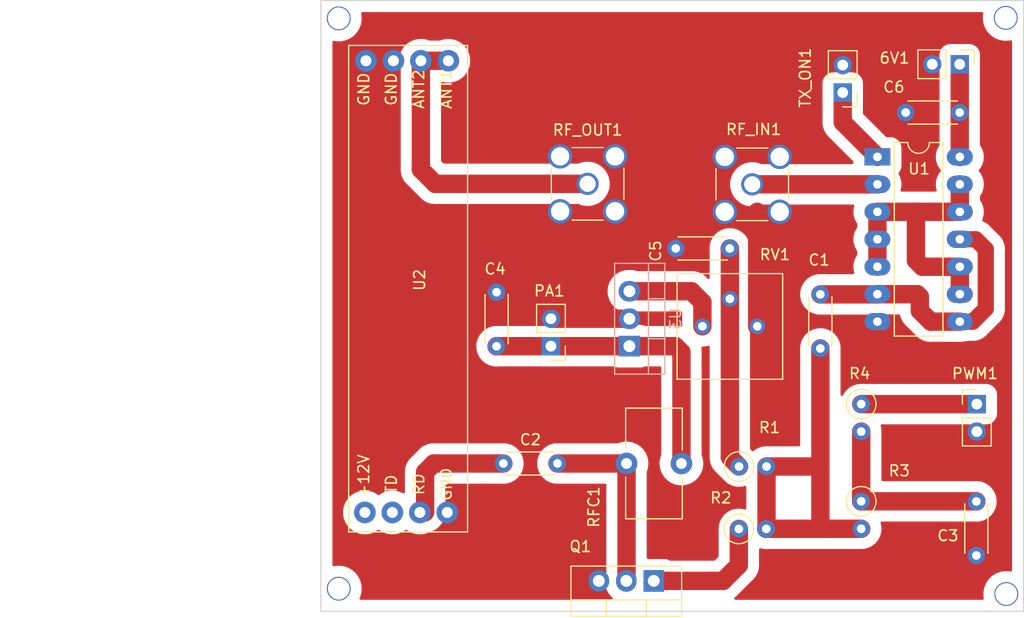
<source format=kicad_pcb>
(kicad_pcb (version 20171130) (host pcbnew 5.1.9+dfsg1-1)

  (general
    (thickness 1.6)
    (drawings 10)
    (tracks 85)
    (zones 0)
    (modules 22)
    (nets 17)
  )

  (page User 200 200)
  (layers
    (0 F.Cu signal)
    (31 B.Cu signal hide)
    (33 F.Adhes user hide)
    (35 F.Paste user hide)
    (37 F.SilkS user)
    (38 B.Mask user hide)
    (39 F.Mask user hide)
    (40 Dwgs.User user hide)
    (41 Cmts.User user hide)
    (42 Eco1.User user hide)
    (43 Eco2.User user hide)
    (44 Edge.Cuts user)
    (45 Margin user hide)
    (46 B.CrtYd user hide)
    (47 F.CrtYd user)
    (49 F.Fab user)
  )

  (setup
    (last_trace_width 0.25)
    (user_trace_width 0.5)
    (user_trace_width 0.75)
    (user_trace_width 0.9)
    (user_trace_width 1)
    (user_trace_width 1.2)
    (user_trace_width 1.5)
    (user_trace_width 1.7)
    (user_trace_width 2.54)
    (trace_clearance 0.2)
    (zone_clearance 1.016)
    (zone_45_only no)
    (trace_min 0.2)
    (via_size 0.8)
    (via_drill 0.4)
    (via_min_size 0.4)
    (via_min_drill 0.3)
    (user_via 1.1 1)
    (user_via 2.2 2)
    (uvia_size 0.3)
    (uvia_drill 0.1)
    (uvias_allowed no)
    (uvia_min_size 0.2)
    (uvia_min_drill 0.1)
    (edge_width 0.1)
    (segment_width 0.2)
    (pcb_text_width 0.3)
    (pcb_text_size 1.5 1.5)
    (mod_edge_width 0.15)
    (mod_text_size 1 1)
    (mod_text_width 0.15)
    (pad_size 2.05 2.05)
    (pad_drill 1.5)
    (pad_to_mask_clearance 0)
    (aux_axis_origin 0 0)
    (visible_elements FFFFFF7F)
    (pcbplotparams
      (layerselection 0x011a0_7fffffff)
      (usegerberextensions false)
      (usegerberattributes true)
      (usegerberadvancedattributes true)
      (creategerberjobfile true)
      (excludeedgelayer true)
      (linewidth 0.100000)
      (plotframeref false)
      (viasonmask false)
      (mode 1)
      (useauxorigin false)
      (hpglpennumber 1)
      (hpglpenspeed 20)
      (hpglpendiameter 15.000000)
      (psnegative false)
      (psa4output false)
      (plotreference true)
      (plotvalue true)
      (plotinvisibletext false)
      (padsonsilk false)
      (subtractmaskfromsilk false)
      (outputformat 4)
      (mirror false)
      (drillshape 2)
      (scaleselection 1)
      (outputdirectory "plots/"))
  )

  (net 0 "")
  (net 1 GND)
  (net 2 +6V)
  (net 3 "Net-(RF_IN1-Pad1)")
  (net 4 +VDC)
  (net 5 "Net-(C1-Pad2)")
  (net 6 "Net-(TX_ON1-Pad1)")
  (net 7 "Net-(U1-Pad10)")
  (net 8 "Net-(C5-Pad1)")
  (net 9 "Net-(RF_OUT1-Pad1)")
  (net 10 "Net-(C3-Pad1)")
  (net 11 "Net-(PWM1-Pad1)")
  (net 12 "Net-(Q1-Pad1)")
  (net 13 "Net-(RV1-Pad3)")
  (net 14 /RF_IN)
  (net 15 /RF_OUT)
  (net 16 /DRAIN)

  (net_class Default "This is the default net class."
    (clearance 0.2)
    (trace_width 0.25)
    (via_dia 0.8)
    (via_drill 0.4)
    (uvia_dia 0.3)
    (uvia_drill 0.1)
    (add_net +6V)
    (add_net +VDC)
    (add_net /DRAIN)
    (add_net /RF_IN)
    (add_net /RF_OUT)
    (add_net GND)
    (add_net "Net-(C1-Pad2)")
    (add_net "Net-(C3-Pad1)")
    (add_net "Net-(C5-Pad1)")
    (add_net "Net-(PWM1-Pad1)")
    (add_net "Net-(Q1-Pad1)")
    (add_net "Net-(RF_IN1-Pad1)")
    (add_net "Net-(RF_OUT1-Pad1)")
    (add_net "Net-(RV1-Pad3)")
    (add_net "Net-(TX_ON1-Pad1)")
    (add_net "Net-(U1-Pad10)")
  )

  (module Package_TO_SOT_THT:TO-220-3_Vertical (layer B.Cu) (tedit 5AC8BA0D) (tstamp 610846BB)
    (at 99.04 91.47 90)
    (descr "TO-220-3, Vertical, RM 2.54mm, see https://www.vishay.com/docs/66542/to-220-1.pdf")
    (tags "TO-220-3 Vertical RM 2.54mm")
    (path /612561F9)
    (fp_text reference U3 (at 2.54 4.27 90) (layer B.SilkS)
      (effects (font (size 1 1) (thickness 0.15)) (justify mirror))
    )
    (fp_text value LM7805_TO220 (at 2.54 -2.5 90) (layer B.Fab)
      (effects (font (size 1 1) (thickness 0.15)) (justify mirror))
    )
    (fp_line (start 7.79 3.4) (end -2.71 3.4) (layer B.CrtYd) (width 0.05))
    (fp_line (start 7.79 -1.51) (end 7.79 3.4) (layer B.CrtYd) (width 0.05))
    (fp_line (start -2.71 -1.51) (end 7.79 -1.51) (layer B.CrtYd) (width 0.05))
    (fp_line (start -2.71 3.4) (end -2.71 -1.51) (layer B.CrtYd) (width 0.05))
    (fp_line (start 4.391 3.27) (end 4.391 1.76) (layer B.SilkS) (width 0.12))
    (fp_line (start 0.69 3.27) (end 0.69 1.76) (layer B.SilkS) (width 0.12))
    (fp_line (start -2.58 1.76) (end 7.66 1.76) (layer B.SilkS) (width 0.12))
    (fp_line (start 7.66 3.27) (end 7.66 -1.371) (layer B.SilkS) (width 0.12))
    (fp_line (start -2.58 3.27) (end -2.58 -1.371) (layer B.SilkS) (width 0.12))
    (fp_line (start -2.58 -1.371) (end 7.66 -1.371) (layer B.SilkS) (width 0.12))
    (fp_line (start -2.58 3.27) (end 7.66 3.27) (layer B.SilkS) (width 0.12))
    (fp_line (start 4.39 3.15) (end 4.39 1.88) (layer B.Fab) (width 0.1))
    (fp_line (start 0.69 3.15) (end 0.69 1.88) (layer B.Fab) (width 0.1))
    (fp_line (start -2.46 1.88) (end 7.54 1.88) (layer B.Fab) (width 0.1))
    (fp_line (start 7.54 3.15) (end -2.46 3.15) (layer B.Fab) (width 0.1))
    (fp_line (start 7.54 -1.25) (end 7.54 3.15) (layer B.Fab) (width 0.1))
    (fp_line (start -2.46 -1.25) (end 7.54 -1.25) (layer B.Fab) (width 0.1))
    (fp_line (start -2.46 3.15) (end -2.46 -1.25) (layer B.Fab) (width 0.1))
    (fp_text user %R (at 2.54 4.27 90) (layer B.Fab)
      (effects (font (size 1 1) (thickness 0.15)) (justify mirror))
    )
    (pad 3 thru_hole oval (at 5.08 0 90) (size 1.905 2) (drill 1.1) (layers *.Cu *.Mask)
      (net 13 "Net-(RV1-Pad3)"))
    (pad 2 thru_hole oval (at 2.54 0 90) (size 1.905 2) (drill 1.1) (layers *.Cu *.Mask)
      (net 1 GND))
    (pad 1 thru_hole rect (at 0 0 90) (size 1.905 2) (drill 1.1) (layers *.Cu *.Mask)
      (net 4 +VDC))
    (model ${KIPRJMOD}/models/LM7805CT_NOPB.step
      (offset (xyz 2.5 -3 0))
      (scale (xyz 1 1 1))
      (rotate (xyz 90 0 0))
    )
  )

  (module Inductor_THT:L_Toroid_Vertical_L10.0mm_W5.0mm_P5.08mm (layer F.Cu) (tedit 5AE59B06) (tstamp 610802F4)
    (at 98.77 102.32 90)
    (descr "L_Toroid, Vertical series, Radial, pin pitch=5.08mm, , length*width=10*5mm^2")
    (tags "L_Toroid Vertical series Radial pin pitch 5.08mm  length 10mm width 5mm")
    (path /60E5EC1D)
    (fp_text reference RFC1 (at -4.03 -3.02 270) (layer F.SilkS)
      (effects (font (size 1 1) (thickness 0.15)))
    )
    (fp_text value "FT37-43 5 or 6T (2.5 - 15uH OK)" (at 0 7.33 90) (layer F.Fab) hide
      (effects (font (size 1 1) (thickness 0.15)))
    )
    (fp_line (start 5.25 -1.25) (end -5.25 -1.25) (layer F.CrtYd) (width 0.05))
    (fp_line (start 5.25 6.33) (end 5.25 -1.25) (layer F.CrtYd) (width 0.05))
    (fp_line (start -5.25 6.33) (end 5.25 6.33) (layer F.CrtYd) (width 0.05))
    (fp_line (start -5.25 -1.25) (end -5.25 6.33) (layer F.CrtYd) (width 0.05))
    (fp_line (start 5.12 -0.08) (end 5.12 5.16) (layer F.SilkS) (width 0.12))
    (fp_line (start -5.12 -0.08) (end -5.12 5.16) (layer F.SilkS) (width 0.12))
    (fp_line (start 1.255 5.16) (end 5.12 5.16) (layer F.SilkS) (width 0.12))
    (fp_line (start -5.12 5.16) (end -1.255 5.16) (layer F.SilkS) (width 0.12))
    (fp_line (start 1.255 -0.08) (end 5.12 -0.08) (layer F.SilkS) (width 0.12))
    (fp_line (start -5.12 -0.08) (end -1.255 -0.08) (layer F.SilkS) (width 0.12))
    (fp_line (start 3.2 0) (end 3.6 5.08) (layer F.Fab) (width 0.1))
    (fp_line (start 2.4 0) (end 2.8 5.08) (layer F.Fab) (width 0.1))
    (fp_line (start 1.6 0) (end 2 5.08) (layer F.Fab) (width 0.1))
    (fp_line (start 0.8 0) (end 1.2 5.08) (layer F.Fab) (width 0.1))
    (fp_line (start 0 0) (end 0.4 5.08) (layer F.Fab) (width 0.1))
    (fp_line (start -0.8 0) (end -0.4 5.08) (layer F.Fab) (width 0.1))
    (fp_line (start -1.6 0) (end -1.2 5.08) (layer F.Fab) (width 0.1))
    (fp_line (start -2.4 0) (end -2 5.08) (layer F.Fab) (width 0.1))
    (fp_line (start -3.2 0) (end -2.8 5.08) (layer F.Fab) (width 0.1))
    (fp_line (start -4 0) (end -3.6 5.08) (layer F.Fab) (width 0.1))
    (fp_line (start 4 0) (end -4 0) (layer F.Fab) (width 0.1))
    (fp_line (start 4 5.08) (end 4 0) (layer F.Fab) (width 0.1))
    (fp_line (start -4 5.08) (end 4 5.08) (layer F.Fab) (width 0.1))
    (fp_line (start -4 0) (end -4 5.08) (layer F.Fab) (width 0.1))
    (fp_line (start 5 0.04) (end -5 0.04) (layer F.Fab) (width 0.1))
    (fp_line (start 5 5.04) (end 5 0.04) (layer F.Fab) (width 0.1))
    (fp_line (start -5 5.04) (end 5 5.04) (layer F.Fab) (width 0.1))
    (fp_line (start -5 0.04) (end -5 5.04) (layer F.Fab) (width 0.1))
    (fp_text user %R (at 2.54 0 90) (layer F.Fab) hide
      (effects (font (size 1 1) (thickness 0.15)))
    )
    (pad 2 thru_hole circle (at 0 5.08 90) (size 2 2) (drill 1) (layers *.Cu *.Mask)
      (net 4 +VDC))
    (pad 1 thru_hole circle (at 0 0 90) (size 2 2) (drill 1) (layers *.Cu *.Mask)
      (net 16 /DRAIN))
    (model ${KIPRJMOD}/models/Toroidal_Inductor_330uH_3A.stp
      (offset (xyz 0 -2.5 1.5))
      (scale (xyz 0.4 0.3 0.4))
      (rotate (xyz 0 90 0))
    )
  )

  (module footprints:uSDX_LPF_Band_Module (layer F.Cu) (tedit 5F1374D2) (tstamp 6107A563)
    (at 41.07 109.65 90)
    (path /6102B655)
    (fp_text reference U2 (at 24.308 38.56 270) (layer F.SilkS)
      (effects (font (size 1 1) (thickness 0.15)))
    )
    (fp_text value uSDX_LPF_BAND_MODULE (at 25.07 35.512 270) (layer F.Fab)
      (effects (font (size 1 1) (thickness 0.15)))
    )
    (fp_line (start 1 43) (end 1 32) (layer F.SilkS) (width 0.12))
    (fp_line (start 46 43) (end 1 43) (layer F.SilkS) (width 0.12))
    (fp_line (start 46 32) (end 46 43) (layer F.SilkS) (width 0.12))
    (fp_line (start 1 32) (end 46 32) (layer F.SilkS) (width 0.12))
    (fp_text user ANT1 (at 41.95 41.02 270) (layer F.SilkS)
      (effects (font (size 1 1) (thickness 0.15)))
    )
    (fp_text user ANT2 (at 41.95 38.48 270) (layer F.SilkS)
      (effects (font (size 1 1) (thickness 0.15)))
    )
    (fp_text user GND (at 41.95 35.94 270) (layer F.SilkS)
      (effects (font (size 1 1) (thickness 0.15)))
    )
    (fp_text user GND (at 41.95 33.4 270) (layer F.SilkS)
      (effects (font (size 1 1) (thickness 0.15)))
    )
    (fp_text user +12V (at 6.17 33.39 270) (layer F.SilkS)
      (effects (font (size 1 1) (thickness 0.15)))
    )
    (fp_text user TD (at 5.41 35.95 270) (layer F.SilkS)
      (effects (font (size 1 1) (thickness 0.15)))
    )
    (fp_text user RD (at 5.41 38.49 270) (layer F.SilkS)
      (effects (font (size 1 1) (thickness 0.15)))
    )
    (fp_text user GND (at 5.41 41.03 270) (layer F.SilkS)
      (effects (font (size 1 1) (thickness 0.15)))
    )
    (pad 8 thru_hole circle (at 44.58 33.6 270) (size 2 2) (drill 1.016) (layers *.Cu *.Mask)
      (net 1 GND))
    (pad 7 thru_hole circle (at 44.58 36.14 270) (size 2 2) (drill 1.016) (layers *.Cu *.Mask)
      (net 1 GND))
    (pad 6 thru_hole circle (at 44.58 38.68 270) (size 2 2) (drill 1.016) (layers *.Cu *.Mask)
      (net 9 "Net-(RF_OUT1-Pad1)"))
    (pad 5 thru_hole circle (at 44.58 41.22 270) (size 2 2) (drill 1.016) (layers *.Cu *.Mask)
      (net 9 "Net-(RF_OUT1-Pad1)"))
    (pad 1 thru_hole circle (at 2.8 33.5 270) (size 2 2) (drill 1.016) (layers *.Cu *.Mask))
    (pad 2 thru_hole circle (at 2.8 36.04 270) (size 2 2) (drill 1.016) (layers *.Cu *.Mask))
    (pad 3 thru_hole circle (at 2.8 38.58 270) (size 2 2) (drill 1.016) (layers *.Cu *.Mask)
      (net 15 /RF_OUT))
    (pad 4 thru_hole circle (at 2.8 41.12 270) (size 2 2) (drill 1.016) (layers *.Cu *.Mask)
      (net 1 GND))
  )

  (module Capacitor_THT:C_Disc_D4.3mm_W1.9mm_P5.00mm (layer F.Cu) (tedit 5AE50EF0) (tstamp 6107C6C1)
    (at 129.59 69.86 180)
    (descr "C, Disc series, Radial, pin pitch=5.00mm, , diameter*width=4.3*1.9mm^2, Capacitor, http://www.vishay.com/docs/45233/krseries.pdf")
    (tags "C Disc series Radial pin pitch 5.00mm  diameter 4.3mm width 1.9mm Capacitor")
    (path /6098B985)
    (fp_text reference C6 (at 6.09 2.36) (layer F.SilkS)
      (effects (font (size 1 1) (thickness 0.15)))
    )
    (fp_text value 100nF (at 2.5 2.2) (layer F.Fab) hide
      (effects (font (size 1 1) (thickness 0.15)))
    )
    (fp_line (start 0.35 -0.95) (end 0.35 0.95) (layer F.Fab) (width 0.1))
    (fp_line (start 0.35 0.95) (end 4.65 0.95) (layer F.Fab) (width 0.1))
    (fp_line (start 4.65 0.95) (end 4.65 -0.95) (layer F.Fab) (width 0.1))
    (fp_line (start 4.65 -0.95) (end 0.35 -0.95) (layer F.Fab) (width 0.1))
    (fp_line (start 0.23 -1.07) (end 4.77 -1.07) (layer F.SilkS) (width 0.12))
    (fp_line (start 0.23 1.07) (end 4.77 1.07) (layer F.SilkS) (width 0.12))
    (fp_line (start 0.23 -1.07) (end 0.23 -1.055) (layer F.SilkS) (width 0.12))
    (fp_line (start 0.23 1.055) (end 0.23 1.07) (layer F.SilkS) (width 0.12))
    (fp_line (start 4.77 -1.07) (end 4.77 -1.055) (layer F.SilkS) (width 0.12))
    (fp_line (start 4.77 1.055) (end 4.77 1.07) (layer F.SilkS) (width 0.12))
    (fp_line (start -1.05 -1.2) (end -1.05 1.2) (layer F.CrtYd) (width 0.05))
    (fp_line (start -1.05 1.2) (end 6.05 1.2) (layer F.CrtYd) (width 0.05))
    (fp_line (start 6.05 1.2) (end 6.05 -1.2) (layer F.CrtYd) (width 0.05))
    (fp_line (start 6.05 -1.2) (end -1.05 -1.2) (layer F.CrtYd) (width 0.05))
    (fp_text user %R (at 2.5 0) (layer F.Fab)
      (effects (font (size 0.86 0.86) (thickness 0.129)))
    )
    (pad 2 thru_hole circle (at 5 0 180) (size 1.6 1.6) (drill 0.8) (layers *.Cu *.Mask)
      (net 1 GND))
    (pad 1 thru_hole circle (at 0 0 180) (size 1.6 1.6) (drill 0.8) (layers *.Cu *.Mask)
      (net 2 +6V))
    (model ${KISYS3DMOD}/Capacitor_THT.3dshapes/C_Disc_D4.3mm_W1.9mm_P5.00mm.wrl
      (at (xyz 0 0 0))
      (scale (xyz 1 1 1))
      (rotate (xyz 0 0 0))
    )
  )

  (module Capacitor_THT:C_Disc_D4.3mm_W1.9mm_P5.00mm (layer F.Cu) (tedit 5AE50EF0) (tstamp 6107C397)
    (at 108.32 82.43 180)
    (descr "C, Disc series, Radial, pin pitch=5.00mm, , diameter*width=4.3*1.9mm^2, Capacitor, http://www.vishay.com/docs/45233/krseries.pdf")
    (tags "C Disc series Radial pin pitch 5.00mm  diameter 4.3mm width 1.9mm Capacitor")
    (path /611E4538)
    (fp_text reference C5 (at 6.86 -0.24 270) (layer F.SilkS)
      (effects (font (size 1 1) (thickness 0.15)))
    )
    (fp_text value 1uF (at 2.5 2.2) (layer F.Fab)
      (effects (font (size 1 1) (thickness 0.15)))
    )
    (fp_line (start 0.35 -0.95) (end 0.35 0.95) (layer F.Fab) (width 0.1))
    (fp_line (start 0.35 0.95) (end 4.65 0.95) (layer F.Fab) (width 0.1))
    (fp_line (start 4.65 0.95) (end 4.65 -0.95) (layer F.Fab) (width 0.1))
    (fp_line (start 4.65 -0.95) (end 0.35 -0.95) (layer F.Fab) (width 0.1))
    (fp_line (start 0.23 -1.07) (end 4.77 -1.07) (layer F.SilkS) (width 0.12))
    (fp_line (start 0.23 1.07) (end 4.77 1.07) (layer F.SilkS) (width 0.12))
    (fp_line (start 0.23 -1.07) (end 0.23 -1.055) (layer F.SilkS) (width 0.12))
    (fp_line (start 0.23 1.055) (end 0.23 1.07) (layer F.SilkS) (width 0.12))
    (fp_line (start 4.77 -1.07) (end 4.77 -1.055) (layer F.SilkS) (width 0.12))
    (fp_line (start 4.77 1.055) (end 4.77 1.07) (layer F.SilkS) (width 0.12))
    (fp_line (start -1.05 -1.2) (end -1.05 1.2) (layer F.CrtYd) (width 0.05))
    (fp_line (start -1.05 1.2) (end 6.05 1.2) (layer F.CrtYd) (width 0.05))
    (fp_line (start 6.05 1.2) (end 6.05 -1.2) (layer F.CrtYd) (width 0.05))
    (fp_line (start 6.05 -1.2) (end -1.05 -1.2) (layer F.CrtYd) (width 0.05))
    (fp_text user %R (at 2.5 0) (layer F.Fab)
      (effects (font (size 0.86 0.86) (thickness 0.129)))
    )
    (pad 2 thru_hole circle (at 5 0 180) (size 1.6 1.6) (drill 0.8) (layers *.Cu *.Mask)
      (net 1 GND))
    (pad 1 thru_hole circle (at 0 0 180) (size 1.6 1.6) (drill 0.8) (layers *.Cu *.Mask)
      (net 8 "Net-(C5-Pad1)"))
    (model ${KISYS3DMOD}/Capacitor_THT.3dshapes/C_Disc_D4.3mm_W1.9mm_P5.00mm.wrl
      (at (xyz 0 0 0))
      (scale (xyz 1 1 1))
      (rotate (xyz 0 0 0))
    )
  )

  (module Capacitor_THT:C_Disc_D4.3mm_W1.9mm_P5.00mm (layer F.Cu) (tedit 5AE50EF0) (tstamp 6107C3D3)
    (at 86.75 91.48 90)
    (descr "C, Disc series, Radial, pin pitch=5.00mm, , diameter*width=4.3*1.9mm^2, Capacitor, http://www.vishay.com/docs/45233/krseries.pdf")
    (tags "C Disc series Radial pin pitch 5.00mm  diameter 4.3mm width 1.9mm Capacitor")
    (path /6068F2D2)
    (fp_text reference C4 (at 7.152 -0.136 180) (layer F.SilkS)
      (effects (font (size 1 1) (thickness 0.15)))
    )
    (fp_text value 100nF (at 2.5 2.2 90) (layer F.Fab) hide
      (effects (font (size 1 1) (thickness 0.15)))
    )
    (fp_line (start 0.35 -0.95) (end 0.35 0.95) (layer F.Fab) (width 0.1))
    (fp_line (start 0.35 0.95) (end 4.65 0.95) (layer F.Fab) (width 0.1))
    (fp_line (start 4.65 0.95) (end 4.65 -0.95) (layer F.Fab) (width 0.1))
    (fp_line (start 4.65 -0.95) (end 0.35 -0.95) (layer F.Fab) (width 0.1))
    (fp_line (start 0.23 -1.07) (end 4.77 -1.07) (layer F.SilkS) (width 0.12))
    (fp_line (start 0.23 1.07) (end 4.77 1.07) (layer F.SilkS) (width 0.12))
    (fp_line (start 0.23 -1.07) (end 0.23 -1.055) (layer F.SilkS) (width 0.12))
    (fp_line (start 0.23 1.055) (end 0.23 1.07) (layer F.SilkS) (width 0.12))
    (fp_line (start 4.77 -1.07) (end 4.77 -1.055) (layer F.SilkS) (width 0.12))
    (fp_line (start 4.77 1.055) (end 4.77 1.07) (layer F.SilkS) (width 0.12))
    (fp_line (start -1.05 -1.2) (end -1.05 1.2) (layer F.CrtYd) (width 0.05))
    (fp_line (start -1.05 1.2) (end 6.05 1.2) (layer F.CrtYd) (width 0.05))
    (fp_line (start 6.05 1.2) (end 6.05 -1.2) (layer F.CrtYd) (width 0.05))
    (fp_line (start 6.05 -1.2) (end -1.05 -1.2) (layer F.CrtYd) (width 0.05))
    (fp_text user %R (at 2.5 0 90) (layer F.Fab)
      (effects (font (size 0.86 0.86) (thickness 0.129)))
    )
    (pad 2 thru_hole circle (at 5 0 90) (size 1.6 1.6) (drill 0.8) (layers *.Cu *.Mask)
      (net 1 GND))
    (pad 1 thru_hole circle (at 0 0 90) (size 1.6 1.6) (drill 0.8) (layers *.Cu *.Mask)
      (net 4 +VDC))
    (model ${KISYS3DMOD}/Capacitor_THT.3dshapes/C_Disc_D4.3mm_W1.9mm_P5.00mm.wrl
      (at (xyz 0 0 0))
      (scale (xyz 1 1 1))
      (rotate (xyz 0 0 0))
    )
  )

  (module Capacitor_THT:C_Disc_D4.3mm_W1.9mm_P5.00mm (layer F.Cu) (tedit 5AE50EF0) (tstamp 6107C5B3)
    (at 87.38 102.32)
    (descr "C, Disc series, Radial, pin pitch=5.00mm, , diameter*width=4.3*1.9mm^2, Capacitor, http://www.vishay.com/docs/45233/krseries.pdf")
    (tags "C Disc series Radial pin pitch 5.00mm  diameter 4.3mm width 1.9mm Capacitor")
    (path /60E92E50)
    (fp_text reference C2 (at 2.5 -2.2) (layer F.SilkS)
      (effects (font (size 1 1) (thickness 0.15)))
    )
    (fp_text value 100nF (at 2.5 2.2) (layer F.Fab)
      (effects (font (size 1 1) (thickness 0.15)))
    )
    (fp_line (start 0.35 -0.95) (end 0.35 0.95) (layer F.Fab) (width 0.1))
    (fp_line (start 0.35 0.95) (end 4.65 0.95) (layer F.Fab) (width 0.1))
    (fp_line (start 4.65 0.95) (end 4.65 -0.95) (layer F.Fab) (width 0.1))
    (fp_line (start 4.65 -0.95) (end 0.35 -0.95) (layer F.Fab) (width 0.1))
    (fp_line (start 0.23 -1.07) (end 4.77 -1.07) (layer F.SilkS) (width 0.12))
    (fp_line (start 0.23 1.07) (end 4.77 1.07) (layer F.SilkS) (width 0.12))
    (fp_line (start 0.23 -1.07) (end 0.23 -1.055) (layer F.SilkS) (width 0.12))
    (fp_line (start 0.23 1.055) (end 0.23 1.07) (layer F.SilkS) (width 0.12))
    (fp_line (start 4.77 -1.07) (end 4.77 -1.055) (layer F.SilkS) (width 0.12))
    (fp_line (start 4.77 1.055) (end 4.77 1.07) (layer F.SilkS) (width 0.12))
    (fp_line (start -1.05 -1.2) (end -1.05 1.2) (layer F.CrtYd) (width 0.05))
    (fp_line (start -1.05 1.2) (end 6.05 1.2) (layer F.CrtYd) (width 0.05))
    (fp_line (start 6.05 1.2) (end 6.05 -1.2) (layer F.CrtYd) (width 0.05))
    (fp_line (start 6.05 -1.2) (end -1.05 -1.2) (layer F.CrtYd) (width 0.05))
    (fp_text user %R (at 2.5 0) (layer F.Fab)
      (effects (font (size 0.86 0.86) (thickness 0.129)))
    )
    (pad 2 thru_hole circle (at 5 0) (size 1.6 1.6) (drill 0.8) (layers *.Cu *.Mask)
      (net 16 /DRAIN))
    (pad 1 thru_hole circle (at 0 0) (size 1.6 1.6) (drill 0.8) (layers *.Cu *.Mask)
      (net 15 /RF_OUT))
    (model ${KISYS3DMOD}/Capacitor_THT.3dshapes/C_Disc_D4.3mm_W1.9mm_P5.00mm.wrl
      (at (xyz 0 0 0))
      (scale (xyz 1 1 1))
      (rotate (xyz 0 0 0))
    )
  )

  (module Resistor_THT:R_Axial_DIN0207_L6.3mm_D2.5mm_P2.54mm_Vertical (layer F.Cu) (tedit 5AE5139B) (tstamp 6107C502)
    (at 120.48 96.83 270)
    (descr "Resistor, Axial_DIN0207 series, Axial, Vertical, pin pitch=2.54mm, 0.25W = 1/4W, length*diameter=6.3*2.5mm^2, http://cdn-reichelt.de/documents/datenblatt/B400/1_4W%23YAG.pdf")
    (tags "Resistor Axial_DIN0207 series Axial Vertical pin pitch 2.54mm 0.25W = 1/4W length 6.3mm diameter 2.5mm")
    (path /61145775)
    (fp_text reference R4 (at -2.83 0.14 180) (layer F.SilkS)
      (effects (font (size 1 1) (thickness 0.15)))
    )
    (fp_text value 10k (at -2.65 0.12 180) (layer F.Fab) hide
      (effects (font (size 1 1) (thickness 0.15)))
    )
    (fp_circle (center 0 0) (end 1.25 0) (layer F.Fab) (width 0.1))
    (fp_circle (center 0 0) (end 1.37 0) (layer F.SilkS) (width 0.12))
    (fp_line (start 0 0) (end 2.54 0) (layer F.Fab) (width 0.1))
    (fp_line (start 1.37 0) (end 1.44 0) (layer F.SilkS) (width 0.12))
    (fp_line (start -1.5 -1.5) (end -1.5 1.5) (layer F.CrtYd) (width 0.05))
    (fp_line (start -1.5 1.5) (end 3.59 1.5) (layer F.CrtYd) (width 0.05))
    (fp_line (start 3.59 1.5) (end 3.59 -1.5) (layer F.CrtYd) (width 0.05))
    (fp_line (start 3.59 -1.5) (end -1.5 -1.5) (layer F.CrtYd) (width 0.05))
    (fp_text user %R (at 4.606 0.044 180) (layer F.Fab) hide
      (effects (font (size 1 1) (thickness 0.15)))
    )
    (pad 2 thru_hole oval (at 2.54 0 270) (size 1.6 1.6) (drill 0.8) (layers *.Cu *.Mask)
      (net 10 "Net-(C3-Pad1)"))
    (pad 1 thru_hole circle (at 0 0 270) (size 1.6 1.6) (drill 0.8) (layers *.Cu *.Mask)
      (net 11 "Net-(PWM1-Pad1)"))
    (model ${KISYS3DMOD}/Resistor_THT.3dshapes/R_Axial_DIN0207_L6.3mm_D2.5mm_P2.54mm_Vertical.wrl
      (at (xyz 0 0 0))
      (scale (xyz 1 1 1))
      (rotate (xyz 0 0 0))
    )
  )

  (module Resistor_THT:R_Axial_DIN0207_L6.3mm_D2.5mm_P2.54mm_Vertical (layer F.Cu) (tedit 5AE5139B) (tstamp 6107C7F0)
    (at 120.48 105.82 270)
    (descr "Resistor, Axial_DIN0207 series, Axial, Vertical, pin pitch=2.54mm, 0.25W = 1/4W, length*diameter=6.3*2.5mm^2, http://cdn-reichelt.de/documents/datenblatt/B400/1_4W%23YAG.pdf")
    (tags "Resistor Axial_DIN0207 series Axial Vertical pin pitch 2.54mm 0.25W = 1/4W length 6.3mm diameter 2.5mm")
    (path /61144232)
    (fp_text reference R3 (at -2.82 -3.52 180) (layer F.SilkS)
      (effects (font (size 1 1) (thickness 0.15)))
    )
    (fp_text value 10k (at 0.03 2.44 90) (layer F.Fab) hide
      (effects (font (size 1 1) (thickness 0.15)))
    )
    (fp_circle (center 0 0) (end 1.25 0) (layer F.Fab) (width 0.1))
    (fp_circle (center 0 0) (end 1.37 0) (layer F.SilkS) (width 0.12))
    (fp_line (start 0 0) (end 2.54 0) (layer F.Fab) (width 0.1))
    (fp_line (start 1.37 0) (end 1.44 0) (layer F.SilkS) (width 0.12))
    (fp_line (start -1.5 -1.5) (end -1.5 1.5) (layer F.CrtYd) (width 0.05))
    (fp_line (start -1.5 1.5) (end 3.59 1.5) (layer F.CrtYd) (width 0.05))
    (fp_line (start 3.59 1.5) (end 3.59 -1.5) (layer F.CrtYd) (width 0.05))
    (fp_line (start 3.59 -1.5) (end -1.5 -1.5) (layer F.CrtYd) (width 0.05))
    (fp_text user %R (at 1.27 -2.37 90) (layer F.Fab) hide
      (effects (font (size 1 1) (thickness 0.15)))
    )
    (pad 2 thru_hole oval (at 2.54 0 270) (size 1.6 1.6) (drill 0.8) (layers *.Cu *.Mask)
      (net 14 /RF_IN))
    (pad 1 thru_hole circle (at 0 0 270) (size 1.6 1.6) (drill 0.8) (layers *.Cu *.Mask)
      (net 10 "Net-(C3-Pad1)"))
    (model ${KISYS3DMOD}/Resistor_THT.3dshapes/R_Axial_DIN0207_L6.3mm_D2.5mm_P2.54mm_Vertical.wrl
      (at (xyz 0 0 0))
      (scale (xyz 1 1 1))
      (rotate (xyz 0 0 0))
    )
  )

  (module Connector_PinHeader_2.54mm:PinHeader_1x02_P2.54mm_Vertical (layer F.Cu) (tedit 59FED5CC) (tstamp 6107C722)
    (at 131.17 96.83)
    (descr "Through hole straight pin header, 1x02, 2.54mm pitch, single row")
    (tags "Through hole pin header THT 1x02 2.54mm single row")
    (path /61187DF9)
    (fp_text reference PWM1 (at -0.17 -2.83) (layer F.SilkS)
      (effects (font (size 1 1) (thickness 0.15)))
    )
    (fp_text value Conn_01x02 (at 0 4.87) (layer F.Fab) hide
      (effects (font (size 1 1) (thickness 0.15)))
    )
    (fp_line (start -0.635 -1.27) (end 1.27 -1.27) (layer F.Fab) (width 0.1))
    (fp_line (start 1.27 -1.27) (end 1.27 3.81) (layer F.Fab) (width 0.1))
    (fp_line (start 1.27 3.81) (end -1.27 3.81) (layer F.Fab) (width 0.1))
    (fp_line (start -1.27 3.81) (end -1.27 -0.635) (layer F.Fab) (width 0.1))
    (fp_line (start -1.27 -0.635) (end -0.635 -1.27) (layer F.Fab) (width 0.1))
    (fp_line (start -1.33 3.87) (end 1.33 3.87) (layer F.SilkS) (width 0.12))
    (fp_line (start -1.33 1.27) (end -1.33 3.87) (layer F.SilkS) (width 0.12))
    (fp_line (start 1.33 1.27) (end 1.33 3.87) (layer F.SilkS) (width 0.12))
    (fp_line (start -1.33 1.27) (end 1.33 1.27) (layer F.SilkS) (width 0.12))
    (fp_line (start -1.33 0) (end -1.33 -1.33) (layer F.SilkS) (width 0.12))
    (fp_line (start -1.33 -1.33) (end 0 -1.33) (layer F.SilkS) (width 0.12))
    (fp_line (start -1.8 -1.8) (end -1.8 4.35) (layer F.CrtYd) (width 0.05))
    (fp_line (start -1.8 4.35) (end 1.8 4.35) (layer F.CrtYd) (width 0.05))
    (fp_line (start 1.8 4.35) (end 1.8 -1.8) (layer F.CrtYd) (width 0.05))
    (fp_line (start 1.8 -1.8) (end -1.8 -1.8) (layer F.CrtYd) (width 0.05))
    (fp_text user %R (at 0 1.27 90) (layer F.Fab)
      (effects (font (size 1 1) (thickness 0.15)))
    )
    (pad 2 thru_hole oval (at 0 2.54) (size 1.7 1.7) (drill 1) (layers *.Cu *.Mask)
      (net 1 GND))
    (pad 1 thru_hole rect (at 0 0) (size 1.7 1.7) (drill 1) (layers *.Cu *.Mask)
      (net 11 "Net-(PWM1-Pad1)"))
    (model ${KISYS3DMOD}/Connector_PinHeader_2.54mm.3dshapes/PinHeader_1x02_P2.54mm_Vertical.wrl
      (at (xyz 0 0 0))
      (scale (xyz 1 1 1))
      (rotate (xyz 0 0 0))
    )
  )

  (module Capacitor_THT:C_Disc_D4.3mm_W1.9mm_P5.00mm (layer F.Cu) (tedit 5AE50EF0) (tstamp 6107C358)
    (at 131.13 105.83 270)
    (descr "C, Disc series, Radial, pin pitch=5.00mm, , diameter*width=4.3*1.9mm^2, Capacitor, http://www.vishay.com/docs/45233/krseries.pdf")
    (tags "C Disc series Radial pin pitch 5.00mm  diameter 4.3mm width 1.9mm Capacitor")
    (path /6114C695)
    (fp_text reference C3 (at 3.17 2.63 180) (layer F.SilkS)
      (effects (font (size 1 1) (thickness 0.15)))
    )
    (fp_text value 10nF (at 2.5 2.2 90) (layer F.Fab) hide
      (effects (font (size 1 1) (thickness 0.15)))
    )
    (fp_line (start 0.35 -0.95) (end 0.35 0.95) (layer F.Fab) (width 0.1))
    (fp_line (start 0.35 0.95) (end 4.65 0.95) (layer F.Fab) (width 0.1))
    (fp_line (start 4.65 0.95) (end 4.65 -0.95) (layer F.Fab) (width 0.1))
    (fp_line (start 4.65 -0.95) (end 0.35 -0.95) (layer F.Fab) (width 0.1))
    (fp_line (start 0.23 -1.07) (end 4.77 -1.07) (layer F.SilkS) (width 0.12))
    (fp_line (start 0.23 1.07) (end 4.77 1.07) (layer F.SilkS) (width 0.12))
    (fp_line (start 0.23 -1.07) (end 0.23 -1.055) (layer F.SilkS) (width 0.12))
    (fp_line (start 0.23 1.055) (end 0.23 1.07) (layer F.SilkS) (width 0.12))
    (fp_line (start 4.77 -1.07) (end 4.77 -1.055) (layer F.SilkS) (width 0.12))
    (fp_line (start 4.77 1.055) (end 4.77 1.07) (layer F.SilkS) (width 0.12))
    (fp_line (start -1.05 -1.2) (end -1.05 1.2) (layer F.CrtYd) (width 0.05))
    (fp_line (start -1.05 1.2) (end 6.05 1.2) (layer F.CrtYd) (width 0.05))
    (fp_line (start 6.05 1.2) (end 6.05 -1.2) (layer F.CrtYd) (width 0.05))
    (fp_line (start 6.05 -1.2) (end -1.05 -1.2) (layer F.CrtYd) (width 0.05))
    (fp_text user %R (at 2.5 0 90) (layer F.Fab)
      (effects (font (size 0.86 0.86) (thickness 0.129)))
    )
    (pad 2 thru_hole circle (at 5 0 270) (size 1.6 1.6) (drill 0.8) (layers *.Cu *.Mask)
      (net 1 GND))
    (pad 1 thru_hole circle (at 0 0 270) (size 1.6 1.6) (drill 0.8) (layers *.Cu *.Mask)
      (net 10 "Net-(C3-Pad1)"))
    (model ${KISYS3DMOD}/Capacitor_THT.3dshapes/C_Disc_D4.3mm_W1.9mm_P5.00mm.wrl
      (at (xyz 0 0 0))
      (scale (xyz 1 1 1))
      (rotate (xyz 0 0 0))
    )
  )

  (module Connector_Coaxial:SMA_Amphenol_901-144_Vertical (layer F.Cu) (tedit 5B2F4C32) (tstamp 6107C7B6)
    (at 95.17 76.454)
    (descr https://www.amphenolrf.com/downloads/dl/file/id/7023/product/3103/901_144_customer_drawing.pdf)
    (tags "SMA THT Female Jack Vertical")
    (path /610F637F)
    (fp_text reference RF_OUT1 (at 0 -4.976) (layer F.SilkS)
      (effects (font (size 1 1) (thickness 0.15)))
    )
    (fp_text value Conn_Coaxial (at 0 5) (layer F.Fab) hide
      (effects (font (size 1 1) (thickness 0.15)))
    )
    (fp_circle (center 0 0) (end 3.175 0) (layer F.Fab) (width 0.1))
    (fp_line (start 4.17 4.17) (end -4.17 4.17) (layer F.CrtYd) (width 0.05))
    (fp_line (start 4.17 4.17) (end 4.17 -4.17) (layer F.CrtYd) (width 0.05))
    (fp_line (start -4.17 -4.17) (end -4.17 4.17) (layer F.CrtYd) (width 0.05))
    (fp_line (start -4.17 -4.17) (end 4.17 -4.17) (layer F.CrtYd) (width 0.05))
    (fp_line (start -3.175 -3.175) (end 3.175 -3.175) (layer F.Fab) (width 0.1))
    (fp_line (start -3.175 -3.175) (end -3.175 3.175) (layer F.Fab) (width 0.1))
    (fp_line (start -3.175 3.175) (end 3.175 3.175) (layer F.Fab) (width 0.1))
    (fp_line (start 3.175 -3.175) (end 3.175 3.175) (layer F.Fab) (width 0.1))
    (fp_line (start -3.355 -1.45) (end -3.355 1.45) (layer F.SilkS) (width 0.12))
    (fp_line (start 3.355 -1.45) (end 3.355 1.45) (layer F.SilkS) (width 0.12))
    (fp_line (start -1.45 3.355) (end 1.45 3.355) (layer F.SilkS) (width 0.12))
    (fp_line (start -1.45 -3.355) (end 1.45 -3.355) (layer F.SilkS) (width 0.12))
    (fp_text user %R (at 0 0) (layer F.Fab)
      (effects (font (size 1 1) (thickness 0.15)))
    )
    (pad 2 thru_hole circle (at -2.54 2.54) (size 2.25 2.25) (drill 1.7) (layers *.Cu *.Mask)
      (net 1 GND))
    (pad 2 thru_hole circle (at -2.54 -2.54) (size 2.25 2.25) (drill 1.7) (layers *.Cu *.Mask)
      (net 1 GND))
    (pad 2 thru_hole circle (at 2.54 -2.54) (size 2.25 2.25) (drill 1.7) (layers *.Cu *.Mask)
      (net 1 GND))
    (pad 2 thru_hole circle (at 2.54 2.54) (size 2.25 2.25) (drill 1.7) (layers *.Cu *.Mask)
      (net 1 GND))
    (pad 1 thru_hole circle (at 0 0) (size 2.05 2.05) (drill 1.5) (layers *.Cu *.Mask)
      (net 9 "Net-(RF_OUT1-Pad1)"))
    (model ${KISYS3DMOD}/Connector_Coaxial.3dshapes/SMA_Amphenol_901-144_Vertical.wrl
      (at (xyz 0 0 0))
      (scale (xyz 1 1 1))
      (rotate (xyz 0 0 0))
    )
    (model ${KIPRJMOD}/models/901-144.stp
      (offset (xyz 0 0 9.5))
      (scale (xyz 1 1 1))
      (rotate (xyz 0 -90 0))
    )
  )

  (module Potentiometer_THT:Potentiometer_Bourns_3386P_Vertical (layer F.Cu) (tedit 5AA07388) (tstamp 6107C2E5)
    (at 110.87 89.63 90)
    (descr "Potentiometer, vertical, Bourns 3386P, https://www.bourns.com/pdfs/3386.pdf")
    (tags "Potentiometer vertical Bourns 3386P")
    (path /61088B73)
    (fp_text reference RV1 (at 6.63 1.63 180) (layer F.SilkS)
      (effects (font (size 1 1) (thickness 0.15)))
    )
    (fp_text value 10k (at -0.015 3.475 180) (layer F.Fab) hide
      (effects (font (size 1 1) (thickness 0.15)))
    )
    (fp_circle (center -0.891 -2.54) (end 0.684 -2.54) (layer F.Fab) (width 0.1))
    (fp_line (start -4.78 -7.305) (end -4.78 2.225) (layer F.Fab) (width 0.1))
    (fp_line (start -4.78 2.225) (end 4.75 2.225) (layer F.Fab) (width 0.1))
    (fp_line (start 4.75 2.225) (end 4.75 -7.305) (layer F.Fab) (width 0.1))
    (fp_line (start 4.75 -7.305) (end -4.78 -7.305) (layer F.Fab) (width 0.1))
    (fp_line (start -0.891 -0.98) (end -0.89 -4.099) (layer F.Fab) (width 0.1))
    (fp_line (start -0.891 -0.98) (end -0.89 -4.099) (layer F.Fab) (width 0.1))
    (fp_line (start -4.9 -7.425) (end 4.87 -7.425) (layer F.SilkS) (width 0.12))
    (fp_line (start -4.9 2.345) (end 4.87 2.345) (layer F.SilkS) (width 0.12))
    (fp_line (start -4.9 -7.425) (end -4.9 2.345) (layer F.SilkS) (width 0.12))
    (fp_line (start 4.87 -7.425) (end 4.87 2.345) (layer F.SilkS) (width 0.12))
    (fp_line (start -5.03 -7.56) (end -5.03 2.48) (layer F.CrtYd) (width 0.05))
    (fp_line (start -5.03 2.48) (end 5 2.48) (layer F.CrtYd) (width 0.05))
    (fp_line (start 5 2.48) (end 5 -7.56) (layer F.CrtYd) (width 0.05))
    (fp_line (start 5 -7.56) (end -5.03 -7.56) (layer F.CrtYd) (width 0.05))
    (fp_text user %R (at -3.78 -2.54) (layer F.Fab) hide
      (effects (font (size 1 1) (thickness 0.15)))
    )
    (pad 1 thru_hole circle (at 0 0 90) (size 1.44 1.44) (drill 0.8) (layers *.Cu *.Mask)
      (net 1 GND))
    (pad 2 thru_hole circle (at 2.54 -2.54 90) (size 1.44 1.44) (drill 0.8) (layers *.Cu *.Mask)
      (net 8 "Net-(C5-Pad1)"))
    (pad 3 thru_hole circle (at 0 -5.08 90) (size 1.44 1.44) (drill 0.8) (layers *.Cu *.Mask)
      (net 13 "Net-(RV1-Pad3)"))
    (model ${KISYS3DMOD}/Potentiometer_THT.3dshapes/Potentiometer_Bourns_3386P_Vertical.wrl
      (at (xyz 0 0 0))
      (scale (xyz 1 1 1))
      (rotate (xyz 0 0 0))
    )
    (model ${KIPRJMOD}/models/3362P-1-102LF.STEP
      (offset (xyz 0 2.5 0))
      (scale (xyz 1 1 1))
      (rotate (xyz -90 0 90))
    )
  )

  (module Resistor_THT:R_Axial_DIN0207_L6.3mm_D2.5mm_P2.54mm_Vertical (layer F.Cu) (tedit 5AE5139B) (tstamp 6107C31F)
    (at 109.16 108.37)
    (descr "Resistor, Axial_DIN0207 series, Axial, Vertical, pin pitch=2.54mm, 0.25W = 1/4W, length*diameter=6.3*2.5mm^2, http://cdn-reichelt.de/documents/datenblatt/B400/1_4W%23YAG.pdf")
    (tags "Resistor Axial_DIN0207 series Axial Vertical pin pitch 2.54mm 0.25W = 1/4W length 6.3mm diameter 2.5mm")
    (path /61370EAF)
    (fp_text reference R2 (at -1.66 -2.87) (layer F.SilkS)
      (effects (font (size 1 1) (thickness 0.15)))
    )
    (fp_text value 4.7 (at 1.27 2.37) (layer F.Fab) hide
      (effects (font (size 1 1) (thickness 0.15)))
    )
    (fp_line (start 3.59 -1.5) (end -1.5 -1.5) (layer F.CrtYd) (width 0.05))
    (fp_line (start 3.59 1.5) (end 3.59 -1.5) (layer F.CrtYd) (width 0.05))
    (fp_line (start -1.5 1.5) (end 3.59 1.5) (layer F.CrtYd) (width 0.05))
    (fp_line (start -1.5 -1.5) (end -1.5 1.5) (layer F.CrtYd) (width 0.05))
    (fp_line (start 1.37 0) (end 1.44 0) (layer F.SilkS) (width 0.12))
    (fp_line (start 0 0) (end 2.54 0) (layer F.Fab) (width 0.1))
    (fp_circle (center 0 0) (end 1.37 0) (layer F.SilkS) (width 0.12))
    (fp_circle (center 0 0) (end 1.25 0) (layer F.Fab) (width 0.1))
    (fp_text user %R (at 1.27 -2.37) (layer F.Fab) hide
      (effects (font (size 1 1) (thickness 0.15)))
    )
    (pad 2 thru_hole oval (at 2.54 0) (size 1.6 1.6) (drill 0.8) (layers *.Cu *.Mask)
      (net 14 /RF_IN))
    (pad 1 thru_hole circle (at 0 0) (size 1.6 1.6) (drill 0.8) (layers *.Cu *.Mask)
      (net 12 "Net-(Q1-Pad1)"))
    (model ${KISYS3DMOD}/Resistor_THT.3dshapes/R_Axial_DIN0207_L6.3mm_D2.5mm_P2.54mm_Vertical.wrl
      (at (xyz 0 0 0))
      (scale (xyz 1 1 1))
      (rotate (xyz 0 0 0))
    )
  )

  (module Capacitor_THT:C_Disc_D4.3mm_W1.9mm_P5.00mm (layer F.Cu) (tedit 5AE50EF0) (tstamp 6107C4CC)
    (at 116.7 91.68 90)
    (descr "C, Disc series, Radial, pin pitch=5.00mm, , diameter*width=4.3*1.9mm^2, Capacitor, http://www.vishay.com/docs/45233/krseries.pdf")
    (tags "C Disc series Radial pin pitch 5.00mm  diameter 4.3mm width 1.9mm Capacitor")
    (path /6102B654)
    (fp_text reference C1 (at 8.18 -0.114 180) (layer F.SilkS)
      (effects (font (size 1 1) (thickness 0.15)))
    )
    (fp_text value 10nF (at 2.5 2.2 90) (layer F.Fab) hide
      (effects (font (size 1 1) (thickness 0.15)))
    )
    (fp_line (start 6.05 -1.2) (end -1.05 -1.2) (layer F.CrtYd) (width 0.05))
    (fp_line (start 6.05 1.2) (end 6.05 -1.2) (layer F.CrtYd) (width 0.05))
    (fp_line (start -1.05 1.2) (end 6.05 1.2) (layer F.CrtYd) (width 0.05))
    (fp_line (start -1.05 -1.2) (end -1.05 1.2) (layer F.CrtYd) (width 0.05))
    (fp_line (start 4.77 1.055) (end 4.77 1.07) (layer F.SilkS) (width 0.12))
    (fp_line (start 4.77 -1.07) (end 4.77 -1.055) (layer F.SilkS) (width 0.12))
    (fp_line (start 0.23 1.055) (end 0.23 1.07) (layer F.SilkS) (width 0.12))
    (fp_line (start 0.23 -1.07) (end 0.23 -1.055) (layer F.SilkS) (width 0.12))
    (fp_line (start 0.23 1.07) (end 4.77 1.07) (layer F.SilkS) (width 0.12))
    (fp_line (start 0.23 -1.07) (end 4.77 -1.07) (layer F.SilkS) (width 0.12))
    (fp_line (start 4.65 -0.95) (end 0.35 -0.95) (layer F.Fab) (width 0.1))
    (fp_line (start 4.65 0.95) (end 4.65 -0.95) (layer F.Fab) (width 0.1))
    (fp_line (start 0.35 0.95) (end 4.65 0.95) (layer F.Fab) (width 0.1))
    (fp_line (start 0.35 -0.95) (end 0.35 0.95) (layer F.Fab) (width 0.1))
    (fp_text user %R (at 2.5 0 90) (layer F.Fab)
      (effects (font (size 0.86 0.86) (thickness 0.129)))
    )
    (pad 2 thru_hole circle (at 5 0 90) (size 1.6 1.6) (drill 0.8) (layers *.Cu *.Mask)
      (net 5 "Net-(C1-Pad2)"))
    (pad 1 thru_hole circle (at 0 0 90) (size 1.6 1.6) (drill 0.8) (layers *.Cu *.Mask)
      (net 14 /RF_IN))
    (model ${KISYS3DMOD}/Capacitor_THT.3dshapes/C_Disc_D4.3mm_W1.9mm_P5.00mm.wrl
      (at (xyz 0 0 0))
      (scale (xyz 1 1 1))
      (rotate (xyz 0 0 0))
    )
  )

  (module Connector_PinHeader_2.54mm:PinHeader_1x02_P2.54mm_Vertical (layer F.Cu) (tedit 59FED5CC) (tstamp 6107C41F)
    (at 118.77 68.01 180)
    (descr "Through hole straight pin header, 1x02, 2.54mm pitch, single row")
    (tags "Through hole pin header THT 1x02 2.54mm single row")
    (path /613111C1)
    (fp_text reference TX_ON1 (at 3.47 1.37 90) (layer F.SilkS)
      (effects (font (size 1 1) (thickness 0.15)))
    )
    (fp_text value Conn_01x02 (at 0 4.87) (layer F.Fab) hide
      (effects (font (size 1 1) (thickness 0.15)))
    )
    (fp_line (start 1.8 -1.8) (end -1.8 -1.8) (layer F.CrtYd) (width 0.05))
    (fp_line (start 1.8 4.35) (end 1.8 -1.8) (layer F.CrtYd) (width 0.05))
    (fp_line (start -1.8 4.35) (end 1.8 4.35) (layer F.CrtYd) (width 0.05))
    (fp_line (start -1.8 -1.8) (end -1.8 4.35) (layer F.CrtYd) (width 0.05))
    (fp_line (start -1.33 -1.33) (end 0 -1.33) (layer F.SilkS) (width 0.12))
    (fp_line (start -1.33 0) (end -1.33 -1.33) (layer F.SilkS) (width 0.12))
    (fp_line (start -1.33 1.27) (end 1.33 1.27) (layer F.SilkS) (width 0.12))
    (fp_line (start 1.33 1.27) (end 1.33 3.87) (layer F.SilkS) (width 0.12))
    (fp_line (start -1.33 1.27) (end -1.33 3.87) (layer F.SilkS) (width 0.12))
    (fp_line (start -1.33 3.87) (end 1.33 3.87) (layer F.SilkS) (width 0.12))
    (fp_line (start -1.27 -0.635) (end -0.635 -1.27) (layer F.Fab) (width 0.1))
    (fp_line (start -1.27 3.81) (end -1.27 -0.635) (layer F.Fab) (width 0.1))
    (fp_line (start 1.27 3.81) (end -1.27 3.81) (layer F.Fab) (width 0.1))
    (fp_line (start 1.27 -1.27) (end 1.27 3.81) (layer F.Fab) (width 0.1))
    (fp_line (start -0.635 -1.27) (end 1.27 -1.27) (layer F.Fab) (width 0.1))
    (fp_text user %R (at 0 1.27 90) (layer F.Fab)
      (effects (font (size 1 1) (thickness 0.15)))
    )
    (pad 2 thru_hole oval (at 0 2.54 180) (size 1.7 1.7) (drill 1) (layers *.Cu *.Mask)
      (net 1 GND))
    (pad 1 thru_hole rect (at 0 0 180) (size 1.7 1.7) (drill 1) (layers *.Cu *.Mask)
      (net 6 "Net-(TX_ON1-Pad1)"))
    (model ${KISYS3DMOD}/Connector_PinHeader_2.54mm.3dshapes/PinHeader_1x02_P2.54mm_Vertical.wrl
      (at (xyz 0 0 0))
      (scale (xyz 1 1 1))
      (rotate (xyz 0 0 0))
    )
  )

  (module Connector_PinHeader_2.54mm:PinHeader_1x02_P2.54mm_Vertical (layer F.Cu) (tedit 59FED5CC) (tstamp 61083BCF)
    (at 91.78 91.47 180)
    (descr "Through hole straight pin header, 1x02, 2.54mm pitch, single row")
    (tags "Through hole pin header THT 1x02 2.54mm single row")
    (path /61332085)
    (fp_text reference PA1 (at 0.152 5.11) (layer F.SilkS)
      (effects (font (size 1 1) (thickness 0.15)))
    )
    (fp_text value VDC (at 0 4.87) (layer F.Fab) hide
      (effects (font (size 1 1) (thickness 0.15)))
    )
    (fp_line (start 1.8 -1.8) (end -1.8 -1.8) (layer F.CrtYd) (width 0.05))
    (fp_line (start 1.8 4.35) (end 1.8 -1.8) (layer F.CrtYd) (width 0.05))
    (fp_line (start -1.8 4.35) (end 1.8 4.35) (layer F.CrtYd) (width 0.05))
    (fp_line (start -1.8 -1.8) (end -1.8 4.35) (layer F.CrtYd) (width 0.05))
    (fp_line (start -1.33 -1.33) (end 0 -1.33) (layer F.SilkS) (width 0.12))
    (fp_line (start -1.33 0) (end -1.33 -1.33) (layer F.SilkS) (width 0.12))
    (fp_line (start -1.33 1.27) (end 1.33 1.27) (layer F.SilkS) (width 0.12))
    (fp_line (start 1.33 1.27) (end 1.33 3.87) (layer F.SilkS) (width 0.12))
    (fp_line (start -1.33 1.27) (end -1.33 3.87) (layer F.SilkS) (width 0.12))
    (fp_line (start -1.33 3.87) (end 1.33 3.87) (layer F.SilkS) (width 0.12))
    (fp_line (start -1.27 -0.635) (end -0.635 -1.27) (layer F.Fab) (width 0.1))
    (fp_line (start -1.27 3.81) (end -1.27 -0.635) (layer F.Fab) (width 0.1))
    (fp_line (start 1.27 3.81) (end -1.27 3.81) (layer F.Fab) (width 0.1))
    (fp_line (start 1.27 -1.27) (end 1.27 3.81) (layer F.Fab) (width 0.1))
    (fp_line (start -0.635 -1.27) (end 1.27 -1.27) (layer F.Fab) (width 0.1))
    (fp_text user %R (at 0 1.27 90) (layer F.Fab)
      (effects (font (size 1 1) (thickness 0.15)))
    )
    (pad 2 thru_hole oval (at 0 2.54 180) (size 1.7 1.7) (drill 1) (layers *.Cu *.Mask)
      (net 1 GND))
    (pad 1 thru_hole rect (at 0 0 180) (size 1.7 1.7) (drill 1) (layers *.Cu *.Mask)
      (net 4 +VDC))
    (model ${KISYS3DMOD}/Connector_PinHeader_2.54mm.3dshapes/PinHeader_1x02_P2.54mm_Vertical.wrl
      (at (xyz 0 0 0))
      (scale (xyz 1 1 1))
      (rotate (xyz 0 0 0))
    )
  )

  (module Connector_Coaxial:SMA_Amphenol_901-144_Vertical (layer F.Cu) (tedit 5B2F4C32) (tstamp 6107C5F7)
    (at 110.4 76.5)
    (descr https://www.amphenolrf.com/downloads/dl/file/id/7023/product/3103/901_144_customer_drawing.pdf)
    (tags "SMA THT Female Jack Vertical")
    (path /60FC9604)
    (fp_text reference RF_IN1 (at 0.127 -5.0775) (layer F.SilkS)
      (effects (font (size 1 1) (thickness 0.15)))
    )
    (fp_text value Conn_Coaxial (at -5.78 -0.49 90) (layer F.Fab) hide
      (effects (font (size 1 1) (thickness 0.15)))
    )
    (fp_line (start -1.45 -3.355) (end 1.45 -3.355) (layer F.SilkS) (width 0.12))
    (fp_line (start -1.45 3.355) (end 1.45 3.355) (layer F.SilkS) (width 0.12))
    (fp_line (start 3.355 -1.45) (end 3.355 1.45) (layer F.SilkS) (width 0.12))
    (fp_line (start -3.355 -1.45) (end -3.355 1.45) (layer F.SilkS) (width 0.12))
    (fp_line (start 3.175 -3.175) (end 3.175 3.175) (layer F.Fab) (width 0.1))
    (fp_line (start -3.175 3.175) (end 3.175 3.175) (layer F.Fab) (width 0.1))
    (fp_line (start -3.175 -3.175) (end -3.175 3.175) (layer F.Fab) (width 0.1))
    (fp_line (start -3.175 -3.175) (end 3.175 -3.175) (layer F.Fab) (width 0.1))
    (fp_line (start -4.17 -4.17) (end 4.17 -4.17) (layer F.CrtYd) (width 0.05))
    (fp_line (start -4.17 -4.17) (end -4.17 4.17) (layer F.CrtYd) (width 0.05))
    (fp_line (start 4.17 4.17) (end 4.17 -4.17) (layer F.CrtYd) (width 0.05))
    (fp_line (start 4.17 4.17) (end -4.17 4.17) (layer F.CrtYd) (width 0.05))
    (fp_circle (center 0 0) (end 3.175 0) (layer F.Fab) (width 0.1))
    (fp_text user %R (at 0 0) (layer F.Fab)
      (effects (font (size 1 1) (thickness 0.15)))
    )
    (pad 2 thru_hole circle (at -2.54 2.54) (size 2.25 2.25) (drill 1.7) (layers *.Cu *.Mask)
      (net 1 GND))
    (pad 2 thru_hole circle (at -2.54 -2.54) (size 2.25 2.25) (drill 1.7) (layers *.Cu *.Mask)
      (net 1 GND))
    (pad 2 thru_hole circle (at 2.54 -2.54) (size 2.25 2.25) (drill 1.7) (layers *.Cu *.Mask)
      (net 1 GND))
    (pad 2 thru_hole circle (at 2.54 2.54) (size 2.25 2.25) (drill 1.7) (layers *.Cu *.Mask)
      (net 1 GND))
    (pad 1 thru_hole circle (at 0 0) (size 2.05 2.05) (drill 1.5) (layers *.Cu *.Mask)
      (net 3 "Net-(RF_IN1-Pad1)"))
    (model ${KISYS3DMOD}/Connector_Coaxial.3dshapes/SMA_Amphenol_901-144_Vertical.wrl
      (at (xyz 0 0 0))
      (scale (xyz 1 1 1))
      (rotate (xyz 0 0 0))
    )
    (model ${KIPRJMOD}/models/901-144.stp
      (offset (xyz 0 0 9.5))
      (scale (xyz 1 1 1))
      (rotate (xyz 0 -90 0))
    )
  )

  (module Resistor_THT:R_Axial_DIN0207_L6.3mm_D2.5mm_P2.54mm_Vertical (layer F.Cu) (tedit 5AE5139B) (tstamp 6107CC5D)
    (at 109.18 102.6)
    (descr "Resistor, Axial_DIN0207 series, Axial, Vertical, pin pitch=2.54mm, 0.25W = 1/4W, length*diameter=6.3*2.5mm^2, http://cdn-reichelt.de/documents/datenblatt/B400/1_4W%23YAG.pdf")
    (tags "Resistor Axial_DIN0207 series Axial Vertical pin pitch 2.54mm 0.25W = 1/4W length 6.3mm diameter 2.5mm")
    (path /60EADA65)
    (fp_text reference R1 (at 2.82 -3.6) (layer F.SilkS)
      (effects (font (size 1 1) (thickness 0.15)))
    )
    (fp_text value 10k (at 1.27 2.37) (layer F.Fab) hide
      (effects (font (size 1 1) (thickness 0.15)))
    )
    (fp_circle (center 0 0) (end 1.25 0) (layer F.Fab) (width 0.1))
    (fp_circle (center 0 0) (end 1.37 0) (layer F.SilkS) (width 0.12))
    (fp_line (start 0 0) (end 2.54 0) (layer F.Fab) (width 0.1))
    (fp_line (start 1.37 0) (end 1.44 0) (layer F.SilkS) (width 0.12))
    (fp_line (start -1.5 -1.5) (end -1.5 1.5) (layer F.CrtYd) (width 0.05))
    (fp_line (start -1.5 1.5) (end 3.59 1.5) (layer F.CrtYd) (width 0.05))
    (fp_line (start 3.59 1.5) (end 3.59 -1.5) (layer F.CrtYd) (width 0.05))
    (fp_line (start 3.59 -1.5) (end -1.5 -1.5) (layer F.CrtYd) (width 0.05))
    (fp_text user %R (at 1.27 -2.37) (layer F.Fab) hide
      (effects (font (size 1 1) (thickness 0.15)))
    )
    (pad 2 thru_hole oval (at 2.54 0) (size 1.6 1.6) (drill 0.8) (layers *.Cu *.Mask)
      (net 14 /RF_IN))
    (pad 1 thru_hole circle (at 0 0) (size 1.6 1.6) (drill 0.8) (layers *.Cu *.Mask)
      (net 8 "Net-(C5-Pad1)"))
    (model ${KISYS3DMOD}/Resistor_THT.3dshapes/R_Axial_DIN0207_L6.3mm_D2.5mm_P2.54mm_Vertical.wrl
      (at (xyz 0 0 0))
      (scale (xyz 1 1 1))
      (rotate (xyz 0 0 0))
    )
  )

  (module Connector_PinHeader_2.54mm:PinHeader_1x02_P2.54mm_Vertical (layer F.Cu) (tedit 59FED5CC) (tstamp 6107C575)
    (at 129.5908 65.3923 270)
    (descr "Through hole straight pin header, 1x02, 2.54mm pitch, single row")
    (tags "Through hole pin header THT 1x02 2.54mm single row")
    (path /60ED36EB)
    (fp_text reference 6V1 (at -0.5723 6.0308 180) (layer F.SilkS)
      (effects (font (size 1 1) (thickness 0.15)))
    )
    (fp_text value 6V (at -2.594 -2.5715 180) (layer F.Fab) hide
      (effects (font (size 1 1) (thickness 0.15)))
    )
    (fp_line (start 1.8 -1.8) (end -1.8 -1.8) (layer F.CrtYd) (width 0.05))
    (fp_line (start 1.8 4.35) (end 1.8 -1.8) (layer F.CrtYd) (width 0.05))
    (fp_line (start -1.8 4.35) (end 1.8 4.35) (layer F.CrtYd) (width 0.05))
    (fp_line (start -1.8 -1.8) (end -1.8 4.35) (layer F.CrtYd) (width 0.05))
    (fp_line (start -1.33 -1.33) (end 0 -1.33) (layer F.SilkS) (width 0.12))
    (fp_line (start -1.33 0) (end -1.33 -1.33) (layer F.SilkS) (width 0.12))
    (fp_line (start -1.33 1.27) (end 1.33 1.27) (layer F.SilkS) (width 0.12))
    (fp_line (start 1.33 1.27) (end 1.33 3.87) (layer F.SilkS) (width 0.12))
    (fp_line (start -1.33 1.27) (end -1.33 3.87) (layer F.SilkS) (width 0.12))
    (fp_line (start -1.33 3.87) (end 1.33 3.87) (layer F.SilkS) (width 0.12))
    (fp_line (start -1.27 -0.635) (end -0.635 -1.27) (layer F.Fab) (width 0.1))
    (fp_line (start -1.27 3.81) (end -1.27 -0.635) (layer F.Fab) (width 0.1))
    (fp_line (start 1.27 3.81) (end -1.27 3.81) (layer F.Fab) (width 0.1))
    (fp_line (start 1.27 -1.27) (end 1.27 3.81) (layer F.Fab) (width 0.1))
    (fp_line (start -0.635 -1.27) (end 1.27 -1.27) (layer F.Fab) (width 0.1))
    (fp_text user %R (at 0 1.27) (layer F.Fab)
      (effects (font (size 1 1) (thickness 0.15)))
    )
    (pad 2 thru_hole oval (at 0 2.54 270) (size 1.7 1.7) (drill 1) (layers *.Cu *.Mask)
      (net 1 GND))
    (pad 1 thru_hole rect (at 0 0 270) (size 1.7 1.7) (drill 1) (layers *.Cu *.Mask)
      (net 2 +6V))
    (model ${KISYS3DMOD}/Connector_PinHeader_2.54mm.3dshapes/PinHeader_1x02_P2.54mm_Vertical.wrl
      (at (xyz 0 0 0))
      (scale (xyz 1 1 1))
      (rotate (xyz 0 0 0))
    )
  )

  (module Package_DIP:DIP-14_W7.62mm_LongPads (layer F.Cu) (tedit 5A02E8C5) (tstamp 6107C473)
    (at 121.978 73.962)
    (descr "14-lead though-hole mounted DIP package, row spacing 7.62 mm (300 mils), LongPads")
    (tags "THT DIP DIL PDIP 2.54mm 7.62mm 300mil LongPads")
    (path /602B0E87)
    (fp_text reference U1 (at 3.852 1.108) (layer F.SilkS)
      (effects (font (size 1 1) (thickness 0.15)))
    )
    (fp_text value 74ACT00 (at 3.652 17.878) (layer F.Fab) hide
      (effects (font (size 1 1) (thickness 0.15)))
    )
    (fp_line (start 9.1 -1.55) (end -1.45 -1.55) (layer F.CrtYd) (width 0.05))
    (fp_line (start 9.1 16.8) (end 9.1 -1.55) (layer F.CrtYd) (width 0.05))
    (fp_line (start -1.45 16.8) (end 9.1 16.8) (layer F.CrtYd) (width 0.05))
    (fp_line (start -1.45 -1.55) (end -1.45 16.8) (layer F.CrtYd) (width 0.05))
    (fp_line (start 6.06 -1.33) (end 4.81 -1.33) (layer F.SilkS) (width 0.12))
    (fp_line (start 6.06 16.57) (end 6.06 -1.33) (layer F.SilkS) (width 0.12))
    (fp_line (start 1.56 16.57) (end 6.06 16.57) (layer F.SilkS) (width 0.12))
    (fp_line (start 1.56 -1.33) (end 1.56 16.57) (layer F.SilkS) (width 0.12))
    (fp_line (start 2.81 -1.33) (end 1.56 -1.33) (layer F.SilkS) (width 0.12))
    (fp_line (start 0.635 -0.27) (end 1.635 -1.27) (layer F.Fab) (width 0.1))
    (fp_line (start 0.635 16.51) (end 0.635 -0.27) (layer F.Fab) (width 0.1))
    (fp_line (start 6.985 16.51) (end 0.635 16.51) (layer F.Fab) (width 0.1))
    (fp_line (start 6.985 -1.27) (end 6.985 16.51) (layer F.Fab) (width 0.1))
    (fp_line (start 1.635 -1.27) (end 6.985 -1.27) (layer F.Fab) (width 0.1))
    (fp_text user %R (at 3.81 7.62) (layer F.Fab)
      (effects (font (size 1 1) (thickness 0.15)))
    )
    (fp_arc (start 3.81 -1.33) (end 2.81 -1.33) (angle -180) (layer F.SilkS) (width 0.12))
    (pad 14 thru_hole oval (at 7.62 0) (size 2.4 1.6) (drill 0.8) (layers *.Cu *.Mask)
      (net 2 +6V))
    (pad 7 thru_hole oval (at 0 15.24) (size 2.4 1.6) (drill 0.8) (layers *.Cu *.Mask)
      (net 1 GND))
    (pad 13 thru_hole oval (at 7.62 2.54) (size 2.4 1.6) (drill 0.8) (layers *.Cu *.Mask)
      (net 7 "Net-(U1-Pad10)"))
    (pad 6 thru_hole oval (at 0 12.7) (size 2.4 1.6) (drill 0.8) (layers *.Cu *.Mask)
      (net 5 "Net-(C1-Pad2)"))
    (pad 12 thru_hole oval (at 7.62 5.08) (size 2.4 1.6) (drill 0.8) (layers *.Cu *.Mask)
      (net 7 "Net-(U1-Pad10)"))
    (pad 5 thru_hole oval (at 0 10.16) (size 2.4 1.6) (drill 0.8) (layers *.Cu *.Mask)
      (net 7 "Net-(U1-Pad10)"))
    (pad 11 thru_hole oval (at 7.62 7.62) (size 2.4 1.6) (drill 0.8) (layers *.Cu *.Mask)
      (net 5 "Net-(C1-Pad2)"))
    (pad 4 thru_hole oval (at 0 7.62) (size 2.4 1.6) (drill 0.8) (layers *.Cu *.Mask)
      (net 7 "Net-(U1-Pad10)"))
    (pad 10 thru_hole oval (at 7.62 10.16) (size 2.4 1.6) (drill 0.8) (layers *.Cu *.Mask)
      (net 7 "Net-(U1-Pad10)"))
    (pad 3 thru_hole oval (at 0 5.08) (size 2.4 1.6) (drill 0.8) (layers *.Cu *.Mask)
      (net 7 "Net-(U1-Pad10)"))
    (pad 9 thru_hole oval (at 7.62 12.7) (size 2.4 1.6) (drill 0.8) (layers *.Cu *.Mask)
      (net 7 "Net-(U1-Pad10)"))
    (pad 2 thru_hole oval (at 0 2.54) (size 2.4 1.6) (drill 0.8) (layers *.Cu *.Mask)
      (net 3 "Net-(RF_IN1-Pad1)"))
    (pad 8 thru_hole oval (at 7.62 15.24) (size 2.4 1.6) (drill 0.8) (layers *.Cu *.Mask)
      (net 5 "Net-(C1-Pad2)"))
    (pad 1 thru_hole rect (at 0 0) (size 2.4 1.6) (drill 0.8) (layers *.Cu *.Mask)
      (net 6 "Net-(TX_ON1-Pad1)"))
    (model ${KISYS3DMOD}/Package_DIP.3dshapes/DIP-14_W7.62mm.wrl
      (at (xyz 0 0 0))
      (scale (xyz 1 1 1))
      (rotate (xyz 0 0 0))
    )
  )

  (module Package_TO_SOT_THT:TO-220-3_Vertical (layer F.Cu) (tedit 5AC8BA0D) (tstamp 6107C76E)
    (at 101.29 113.18 180)
    (descr "TO-220-3, Vertical, RM 2.54mm, see https://www.vishay.com/docs/66542/to-220-1.pdf")
    (tags "TO-220-3 Vertical RM 2.54mm")
    (path /605F1A6A)
    (fp_text reference Q1 (at 6.79 3.18) (layer F.SilkS)
      (effects (font (size 1 1) (thickness 0.15)))
    )
    (fp_text value IRF510 (at 2.54 2.5) (layer F.Fab) hide
      (effects (font (size 1 1) (thickness 0.15)))
    )
    (fp_line (start 7.79 -3.4) (end -2.71 -3.4) (layer F.CrtYd) (width 0.05))
    (fp_line (start 7.79 1.51) (end 7.79 -3.4) (layer F.CrtYd) (width 0.05))
    (fp_line (start -2.71 1.51) (end 7.79 1.51) (layer F.CrtYd) (width 0.05))
    (fp_line (start -2.71 -3.4) (end -2.71 1.51) (layer F.CrtYd) (width 0.05))
    (fp_line (start 4.391 -3.27) (end 4.391 -1.76) (layer F.SilkS) (width 0.12))
    (fp_line (start 0.69 -3.27) (end 0.69 -1.76) (layer F.SilkS) (width 0.12))
    (fp_line (start -2.58 -1.76) (end 7.66 -1.76) (layer F.SilkS) (width 0.12))
    (fp_line (start 7.66 -3.27) (end 7.66 1.371) (layer F.SilkS) (width 0.12))
    (fp_line (start -2.58 -3.27) (end -2.58 1.371) (layer F.SilkS) (width 0.12))
    (fp_line (start -2.58 1.371) (end 7.66 1.371) (layer F.SilkS) (width 0.12))
    (fp_line (start -2.58 -3.27) (end 7.66 -3.27) (layer F.SilkS) (width 0.12))
    (fp_line (start 4.39 -3.15) (end 4.39 -1.88) (layer F.Fab) (width 0.1))
    (fp_line (start 0.69 -3.15) (end 0.69 -1.88) (layer F.Fab) (width 0.1))
    (fp_line (start -2.46 -1.88) (end 7.54 -1.88) (layer F.Fab) (width 0.1))
    (fp_line (start 7.54 -3.15) (end -2.46 -3.15) (layer F.Fab) (width 0.1))
    (fp_line (start 7.54 1.25) (end 7.54 -3.15) (layer F.Fab) (width 0.1))
    (fp_line (start -2.46 1.25) (end 7.54 1.25) (layer F.Fab) (width 0.1))
    (fp_line (start -2.46 -3.15) (end -2.46 1.25) (layer F.Fab) (width 0.1))
    (fp_text user %R (at 8.68 -2.11 270) (layer F.Fab) hide
      (effects (font (size 1 1) (thickness 0.15)))
    )
    (pad 3 thru_hole oval (at 5.08 0 180) (size 1.905 2) (drill 1.1) (layers *.Cu *.Mask)
      (net 1 GND))
    (pad 2 thru_hole oval (at 2.54 0 180) (size 1.905 2) (drill 1.1) (layers *.Cu *.Mask)
      (net 16 /DRAIN))
    (pad 1 thru_hole rect (at 0 0 180) (size 1.905 2) (drill 1.1) (layers *.Cu *.Mask)
      (net 12 "Net-(Q1-Pad1)"))
    (model ${KISYS3DMOD}/Package_TO_SOT_THT.3dshapes/TO-220-3_Vertical.wrl
      (at (xyz 0 0 0))
      (scale (xyz 1 1 1))
      (rotate (xyz 0 0 0))
    )
    (model ${KIPRJMOD}/models/heatsink_to-220.stp
      (offset (xyz 2.5 4.5 3))
      (scale (xyz 1 1 1))
      (rotate (xyz -90 0 0))
    )
  )

  (gr_line (start 135.5 116) (end 135 116) (layer Edge.Cuts) (width 0.1) (tstamp 6107FE27))
  (gr_line (start 135.5 59.5) (end 135.5 116) (layer Edge.Cuts) (width 0.1))
  (gr_line (start 135 59.5) (end 135.5 59.5) (layer Edge.Cuts) (width 0.1))
  (gr_line (start 135 116) (end 133.5 116) (layer Edge.Cuts) (width 0.1) (tstamp 6107F898))
  (gr_line (start 133.5 59.5) (end 135 59.5) (layer Edge.Cuts) (width 0.1))
  (gr_line (start 70.5 116) (end 132.5 116) (layer Edge.Cuts) (width 0.1) (tstamp 6107EA4B))
  (gr_line (start 70.5 59.5) (end 132.5 59.5) (layer Edge.Cuts) (width 0.1) (tstamp 6107EA41))
  (gr_line (start 70.5 59.5) (end 70.5 116) (layer Edge.Cuts) (width 0.1))
  (gr_line (start 133.5 116) (end 132.5 116) (layer Edge.Cuts) (width 0.1) (tstamp 6107E916))
  (gr_line (start 132.5 59.5) (end 133.5 59.5) (layer Edge.Cuts) (width 0.1))

  (via (at 72.15 113.9) (size 2.2) (drill 2) (layers F.Cu B.Cu) (net 0) (tstamp 6107C33C))
  (via (at 133.85 61.1) (size 2.2) (drill 2) (layers F.Cu B.Cu) (net 0) (tstamp 6107C55B))
  (via (at 133.9 114.4) (size 2.2) (drill 2) (layers F.Cu B.Cu) (net 0) (tstamp 6107E810))
  (via (at 72.15 61.15) (size 2.2) (drill 2) (layers F.Cu B.Cu) (net 0) (tstamp 6107C654))
  (segment (start 110.86 89.62) (end 110.87 89.63) (width 1.7) (layer F.Cu) (net 1))
  (segment (start 110.86 79.04) (end 110.86 89.62) (width 1.7) (layer F.Cu) (net 1))
  (segment (start 74.67 65.07) (end 77.21 65.07) (width 1.7) (layer F.Cu) (net 1) (tstamp 6107C6FC))
  (segment (start 99.04 88.93) (end 91.78 88.93) (width 1.7) (layer F.Cu) (net 1))
  (segment (start 129.6035 73.9565) (end 129.598 73.962) (width 1.7) (layer F.Cu) (net 2) (tstamp 6107C702))
  (segment (start 129.5908 73.9548) (end 129.598 73.962) (width 1.7) (layer F.Cu) (net 2) (tstamp 6107C44D))
  (segment (start 129.5908 69.8592) (end 129.59 69.86) (width 1.7) (layer F.Cu) (net 2) (tstamp 6107C70B))
  (segment (start 129.5908 65.3923) (end 129.5908 69.8592) (width 1.7) (layer F.Cu) (net 2) (tstamp 6107C6FF))
  (segment (start 129.59 73.954) (end 129.598 73.962) (width 1.7) (layer F.Cu) (net 2) (tstamp 6107C381))
  (segment (start 129.59 69.86) (end 129.59 73.954) (width 1.7) (layer F.Cu) (net 2) (tstamp 6107C708))
  (segment (start 121.98 76.5) (end 121.978 76.502) (width 1.7) (layer F.Cu) (net 3) (tstamp 6107C624))
  (segment (start 121.976 76.5) (end 121.978 76.502) (width 1.7) (layer F.Cu) (net 3))
  (segment (start 110.4 76.5) (end 121.976 76.5) (width 1.7) (layer F.Cu) (net 3))
  (segment (start 86.76 91.47) (end 86.75 91.48) (width 1.7) (layer F.Cu) (net 4))
  (segment (start 91.78 91.47) (end 86.76 91.47) (width 1.7) (layer F.Cu) (net 4))
  (segment (start 91.78 91.47) (end 99.04 91.47) (width 1.7) (layer F.Cu) (net 4))
  (segment (start 103.29 91.47) (end 99.04 91.47) (width 1.7) (layer F.Cu) (net 4))
  (segment (start 103.85 92.03) (end 103.29 91.47) (width 1.7) (layer F.Cu) (net 4))
  (segment (start 103.85 102.32) (end 103.85 92.03) (width 1.7) (layer F.Cu) (net 4))
  (segment (start 121.96 86.68) (end 121.978 86.662) (width 1.7) (layer F.Cu) (net 5) (tstamp 6107C6F6))
  (segment (start 116.7 86.68) (end 121.96 86.68) (width 1.7) (layer F.Cu) (net 5) (tstamp 6107C6AB))
  (segment (start 126.912 89.202) (end 129.598 89.202) (width 1.7) (layer F.Cu) (net 5) (tstamp 6107C405))
  (segment (start 125.9 88.19) (end 126.912 89.202) (width 1.7) (layer F.Cu) (net 5) (tstamp 6107C3FF))
  (segment (start 121.978 86.662) (end 125.672 86.662) (width 1.7) (layer F.Cu) (net 5) (tstamp 6107C3FC))
  (segment (start 125.672 86.662) (end 125.9 86.89) (width 1.7) (layer F.Cu) (net 5) (tstamp 6107C6A2))
  (segment (start 125.9 86.89) (end 125.9 88.19) (width 1.7) (layer F.Cu) (net 5) (tstamp 6107C6A5))
  (segment (start 132 82.5) (end 132 88) (width 1.5) (layer F.Cu) (net 5))
  (segment (start 131.082 81.582) (end 132 82.5) (width 1.5) (layer F.Cu) (net 5))
  (segment (start 130.798 89.202) (end 129.598 89.202) (width 1.5) (layer F.Cu) (net 5))
  (segment (start 132 88) (end 130.798 89.202) (width 1.5) (layer F.Cu) (net 5))
  (segment (start 129.598 81.582) (end 131.082 81.582) (width 1.5) (layer F.Cu) (net 5))
  (segment (start 118.77 70.754) (end 121.978 73.962) (width 1.7) (layer F.Cu) (net 6) (tstamp 6107C33F))
  (segment (start 118.77 68.01) (end 118.77 70.754) (width 1.7) (layer F.Cu) (net 6) (tstamp 6107C44A))
  (segment (start 129.598 86.662) (end 129.598 84.122) (width 1.7) (layer F.Cu) (net 7) (tstamp 6107C69F))
  (segment (start 129.598 79.042) (end 129.598 76.502) (width 1.7) (layer F.Cu) (net 7) (tstamp 6107C6ED))
  (segment (start 121.978 79.042) (end 121.978 81.582) (width 1.7) (layer F.Cu) (net 7) (tstamp 6107C6EA))
  (segment (start 121.978 81.582) (end 121.978 84.122) (width 1.7) (layer F.Cu) (net 7) (tstamp 6107C558))
  (segment (start 125.542 79.042) (end 125.542 83.542) (width 1.7) (layer F.Cu) (net 7))
  (segment (start 121.978 79.042) (end 125.542 79.042) (width 1.7) (layer F.Cu) (net 7))
  (segment (start 125.542 79.042) (end 129.598 79.042) (width 1.7) (layer F.Cu) (net 7))
  (segment (start 126.122 84.122) (end 129.598 84.122) (width 1.7) (layer F.Cu) (net 7))
  (segment (start 125.542 83.542) (end 126.122 84.122) (width 1.7) (layer F.Cu) (net 7))
  (segment (start 108.33 101.75) (end 109.18 102.6) (width 1.7) (layer F.Cu) (net 8))
  (segment (start 108.33 87.09) (end 108.33 101.75) (width 1.7) (layer F.Cu) (net 8))
  (segment (start 108.33 82.44) (end 108.32 82.43) (width 1.7) (layer F.Cu) (net 8))
  (segment (start 108.33 87.09) (end 108.33 82.44) (width 1.7) (layer F.Cu) (net 8))
  (segment (start 79.75 65.07) (end 82.29 65.07) (width 1.7) (layer F.Cu) (net 9) (tstamp 6107C55E))
  (segment (start 79.75 75.13) (end 79.75 65.07) (width 1.7) (layer F.Cu) (net 9))
  (segment (start 81.074 76.454) (end 79.75 75.13) (width 1.7) (layer F.Cu) (net 9))
  (segment (start 95.17 76.454) (end 81.074 76.454) (width 1.7) (layer F.Cu) (net 9))
  (segment (start 120.48 99.37) (end 120.48 105.82) (width 1.7) (layer F.Cu) (net 10))
  (segment (start 120.49 105.83) (end 120.48 105.82) (width 1.7) (layer F.Cu) (net 10))
  (segment (start 131.12 105.82) (end 131.13 105.83) (width 1.7) (layer F.Cu) (net 10))
  (segment (start 120.48 105.82) (end 131.12 105.82) (width 1.7) (layer F.Cu) (net 10))
  (segment (start 131.17 96.83) (end 120.48 96.83) (width 1.7) (layer F.Cu) (net 11))
  (segment (start 101.29 113.18) (end 106.57 113.18) (width 1.7) (layer F.Cu) (net 12) (tstamp 6107C450))
  (segment (start 109.16 108.37) (end 109.16 111.72) (width 1.7) (layer F.Cu) (net 12))
  (segment (start 107.7 113.18) (end 106.57 113.18) (width 1.7) (layer F.Cu) (net 12))
  (segment (start 109.16 111.72) (end 107.7 113.18) (width 1.7) (layer F.Cu) (net 12))
  (segment (start 99.04 86.39) (end 104.78 86.39) (width 1.7) (layer F.Cu) (net 13))
  (segment (start 105.79 87.4) (end 105.79 89.63) (width 1.7) (layer F.Cu) (net 13))
  (segment (start 104.78 86.39) (end 105.79 87.4) (width 1.7) (layer F.Cu) (net 13))
  (segment (start 111.71 108.36) (end 111.7 108.37) (width 1.7) (layer F.Cu) (net 14))
  (segment (start 111.72 108.35) (end 111.7 108.37) (width 1.7) (layer F.Cu) (net 14))
  (segment (start 111.72 102.6) (end 111.72 108.35) (width 1.7) (layer F.Cu) (net 14))
  (segment (start 117.58 108.36) (end 111.71 108.36) (width 1.7) (layer F.Cu) (net 14))
  (segment (start 120.48 108.36) (end 117.58 108.36) (width 1.7) (layer F.Cu) (net 14))
  (segment (start 116.35 102.6) (end 116.7 102.95) (width 1.7) (layer F.Cu) (net 14))
  (segment (start 111.72 102.6) (end 116.35 102.6) (width 1.7) (layer F.Cu) (net 14))
  (segment (start 116.7 102.95) (end 116.7 107.48) (width 1.7) (layer F.Cu) (net 14))
  (segment (start 116.7 91.68) (end 116.7 102.95) (width 1.7) (layer F.Cu) (net 14))
  (segment (start 80.139999 106.800001) (end 80.139999 103.120001) (width 1.7) (layer F.Cu) (net 15))
  (segment (start 80.09 106.85) (end 80.139999 106.800001) (width 1.7) (layer F.Cu) (net 15))
  (segment (start 79.65 106.85) (end 80.09 106.85) (width 1.7) (layer F.Cu) (net 15))
  (segment (start 80.94 102.32) (end 87.38 102.32) (width 1.7) (layer F.Cu) (net 15))
  (segment (start 80.139999 103.120001) (end 80.94 102.32) (width 1.7) (layer F.Cu) (net 15))
  (segment (start 98.79 113.14) (end 98.75 113.18) (width 1.7) (layer F.Cu) (net 16) (tstamp 6107C402))
  (segment (start 98.74 113.17) (end 98.75 113.18) (width 1.7) (layer F.Cu) (net 16) (tstamp 6107C408))
  (segment (start 98.77 113.16) (end 98.75 113.18) (width 1.7) (layer F.Cu) (net 16) (tstamp 6107C69C))
  (segment (start 98.77 102.32) (end 98.77 113.16) (width 1.7) (layer F.Cu) (net 16) (tstamp 6107C6F3))
  (segment (start 92.38 102.32) (end 98.77 102.32) (width 1.7) (layer F.Cu) (net 16))

  (zone (net 1) (net_name GND) (layer F.Cu) (tstamp 0) (hatch edge 0.508)
    (connect_pads yes (clearance 1.016))
    (min_thickness 0.254)
    (fill yes (arc_segments 32) (thermal_gap 0.508) (thermal_bridge_width 0.508))
    (polygon
      (pts
        (xy 135.5 116) (xy 70.5 116) (xy 70.5 59.5) (xy 135.5 59.5)
      )
    )
    (filled_polygon
      (pts
        (xy 131.607 60.879084) (xy 131.607 61.320916) (xy 131.693197 61.754259) (xy 131.862279 62.162459) (xy 132.107748 62.529829)
        (xy 132.420171 62.842252) (xy 132.787541 63.087721) (xy 133.195741 63.256803) (xy 133.629084 63.343) (xy 134.070916 63.343)
        (xy 134.307 63.29604) (xy 134.307001 112.194014) (xy 134.120916 112.157) (xy 133.679084 112.157) (xy 133.245741 112.243197)
        (xy 132.837541 112.412279) (xy 132.470171 112.657748) (xy 132.157748 112.970171) (xy 131.912279 113.337541) (xy 131.743197 113.745741)
        (xy 131.657 114.179084) (xy 131.657 114.620916) (xy 131.694014 114.807) (xy 108.859079 114.807) (xy 109.116082 114.596082)
        (xy 109.178494 114.520033) (xy 110.500038 113.19849) (xy 110.576082 113.136082) (xy 110.63849 113.060038) (xy 110.638495 113.060033)
        (xy 110.825136 112.83261) (xy 110.825137 112.832609) (xy 111.010201 112.486378) (xy 111.124163 112.110696) (xy 111.153 111.817908)
        (xy 111.153 111.8179) (xy 111.162642 111.72) (xy 111.153 111.6221) (xy 111.153 110.286748) (xy 111.309304 110.334163)
        (xy 111.7 110.372642) (xy 111.899435 110.353) (xy 120.577908 110.353) (xy 120.870696 110.324163) (xy 121.246378 110.210201)
        (xy 121.592609 110.025137) (xy 121.896082 109.776082) (xy 122.145137 109.472609) (xy 122.330201 109.126378) (xy 122.444163 108.750696)
        (xy 122.482643 108.36) (xy 122.444163 107.969304) (xy 122.396749 107.813) (xy 130.93057 107.813) (xy 131.129999 107.832642)
        (xy 131.520696 107.794162) (xy 131.896378 107.6802) (xy 132.242609 107.495136) (xy 132.546082 107.246082) (xy 132.795136 106.942609)
        (xy 132.9802 106.596378) (xy 133.094162 106.220696) (xy 133.132642 105.829999) (xy 133.094162 105.439304) (xy 132.9802 105.063622)
        (xy 132.795136 104.717391) (xy 132.608495 104.489968) (xy 132.598494 104.479967) (xy 132.536082 104.403918) (xy 132.232609 104.154863)
        (xy 131.886378 103.969799) (xy 131.510696 103.855837) (xy 131.217908 103.827) (xy 131.2179 103.827) (xy 131.12 103.817358)
        (xy 131.0221 103.827) (xy 122.473 103.827) (xy 122.473 99.272092) (xy 122.444163 98.979304) (xy 122.396749 98.823)
        (xy 130.263854 98.823) (xy 130.32 98.82853) (xy 132.02 98.82853) (xy 132.244067 98.806461) (xy 132.459523 98.741103)
        (xy 132.658089 98.634968) (xy 132.832133 98.492133) (xy 132.974968 98.318089) (xy 133.081103 98.119523) (xy 133.146461 97.904067)
        (xy 133.16853 97.68) (xy 133.16853 96.87176) (xy 133.172643 96.83) (xy 133.16853 96.78824) (xy 133.16853 95.98)
        (xy 133.146461 95.755933) (xy 133.081103 95.540477) (xy 132.974968 95.341911) (xy 132.832133 95.167867) (xy 132.658089 95.025032)
        (xy 132.459523 94.918897) (xy 132.244067 94.853539) (xy 132.02 94.83147) (xy 130.32 94.83147) (xy 130.263854 94.837)
        (xy 120.382092 94.837) (xy 120.089304 94.865837) (xy 119.713622 94.979799) (xy 119.367391 95.164863) (xy 119.063918 95.413918)
        (xy 118.814863 95.717391) (xy 118.693 95.945381) (xy 118.693 91.582092) (xy 118.664163 91.289304) (xy 118.550201 90.913622)
        (xy 118.365137 90.567391) (xy 118.116082 90.263918) (xy 117.812609 90.014863) (xy 117.466377 89.829799) (xy 117.090695 89.715837)
        (xy 116.7 89.677357) (xy 116.309304 89.715837) (xy 115.933622 89.829799) (xy 115.587391 90.014863) (xy 115.283918 90.263918)
        (xy 115.034863 90.567391) (xy 114.849799 90.913623) (xy 114.735837 91.289305) (xy 114.707 91.582093) (xy 114.707001 100.607)
        (xy 111.817907 100.607) (xy 111.72 100.597357) (xy 111.622092 100.607) (xy 111.329304 100.635837) (xy 110.953622 100.749799)
        (xy 110.607391 100.934863) (xy 110.456897 101.05837) (xy 110.323 100.924473) (xy 110.323 82.537897) (xy 110.332642 82.439999)
        (xy 110.323 82.342102) (xy 110.323 82.342092) (xy 110.294163 82.049304) (xy 110.180201 81.673622) (xy 109.995137 81.327391)
        (xy 109.746082 81.023918) (xy 109.670033 80.961506) (xy 109.660032 80.951505) (xy 109.432609 80.764864) (xy 109.086378 80.5798)
        (xy 108.710696 80.465837) (xy 108.32 80.427358) (xy 107.929304 80.465837) (xy 107.553622 80.5798) (xy 107.207391 80.764864)
        (xy 106.903918 81.013918) (xy 106.654864 81.317391) (xy 106.4698 81.663622) (xy 106.355837 82.039304) (xy 106.317358 82.43)
        (xy 106.337001 82.629444) (xy 106.337 85.128473) (xy 106.258494 85.049967) (xy 106.196082 84.973918) (xy 105.892609 84.724863)
        (xy 105.546378 84.539799) (xy 105.170696 84.425837) (xy 104.877908 84.397) (xy 104.8779 84.397) (xy 104.78 84.387358)
        (xy 104.6821 84.397) (xy 99.736235 84.397) (xy 99.49829 84.32482) (xy 99.190444 84.2945) (xy 98.889556 84.2945)
        (xy 98.58171 84.32482) (xy 98.186707 84.444643) (xy 97.82267 84.639225) (xy 97.503588 84.901088) (xy 97.241725 85.22017)
        (xy 97.047143 85.584207) (xy 96.92732 85.97921) (xy 96.886861 86.39) (xy 96.92732 86.80079) (xy 97.047143 87.195793)
        (xy 97.241725 87.55983) (xy 97.503588 87.878912) (xy 97.82267 88.140775) (xy 98.186707 88.335357) (xy 98.58171 88.45518)
        (xy 98.889556 88.4855) (xy 99.190444 88.4855) (xy 99.49829 88.45518) (xy 99.736235 88.383) (xy 103.797 88.383)
        (xy 103.797001 89.541118) (xy 103.680696 89.505837) (xy 103.387908 89.477) (xy 103.3879 89.477) (xy 103.29 89.467358)
        (xy 103.1921 89.477) (xy 100.518069 89.477) (xy 100.479523 89.456397) (xy 100.264067 89.391039) (xy 100.04 89.36897)
        (xy 98.04 89.36897) (xy 97.815933 89.391039) (xy 97.600477 89.456397) (xy 97.561931 89.477) (xy 92.686146 89.477)
        (xy 92.63 89.47147) (xy 90.93 89.47147) (xy 90.873854 89.477) (xy 86.857897 89.477) (xy 86.759999 89.467358)
        (xy 86.662102 89.477) (xy 86.662092 89.477) (xy 86.369304 89.505837) (xy 85.993622 89.619799) (xy 85.647391 89.804863)
        (xy 85.343918 90.053918) (xy 85.281506 90.129967) (xy 85.271505 90.139968) (xy 85.084864 90.367391) (xy 84.8998 90.713622)
        (xy 84.785837 91.089304) (xy 84.747358 91.48) (xy 84.785837 91.870696) (xy 84.8998 92.246378) (xy 85.084864 92.592609)
        (xy 85.333918 92.896082) (xy 85.637391 93.145136) (xy 85.983622 93.3302) (xy 86.359304 93.444163) (xy 86.75 93.482642)
        (xy 86.949435 93.463) (xy 90.873854 93.463) (xy 90.93 93.46853) (xy 92.63 93.46853) (xy 92.686146 93.463)
        (xy 97.561931 93.463) (xy 97.600477 93.483603) (xy 97.815933 93.548961) (xy 98.04 93.57103) (xy 100.04 93.57103)
        (xy 100.264067 93.548961) (xy 100.479523 93.483603) (xy 100.518069 93.463) (xy 101.857001 93.463) (xy 101.857 101.531598)
        (xy 101.789354 101.69491) (xy 101.707 102.108933) (xy 101.707 102.531067) (xy 101.789354 102.94509) (xy 101.950898 103.335091)
        (xy 102.185423 103.686083) (xy 102.483917 103.984577) (xy 102.834909 104.219102) (xy 103.22491 104.380646) (xy 103.638933 104.463)
        (xy 104.061067 104.463) (xy 104.47509 104.380646) (xy 104.865091 104.219102) (xy 105.216083 103.984577) (xy 105.514577 103.686083)
        (xy 105.749102 103.335091) (xy 105.910646 102.94509) (xy 105.993 102.531067) (xy 105.993 102.108933) (xy 105.910646 101.69491)
        (xy 105.843 101.531598) (xy 105.843 92.1279) (xy 105.852642 92.03) (xy 105.843 91.9321) (xy 105.843 91.932092)
        (xy 105.814163 91.639304) (xy 105.812143 91.632643) (xy 105.8115 91.630525) (xy 106.180696 91.594163) (xy 106.337 91.546749)
        (xy 106.337001 101.65209) (xy 106.327358 101.75) (xy 106.365837 102.140696) (xy 106.4798 102.516378) (xy 106.664864 102.862609)
        (xy 106.851505 103.090032) (xy 106.851511 103.090038) (xy 106.913919 103.166082) (xy 106.989963 103.22849) (xy 107.839968 104.078495)
        (xy 108.067392 104.265137) (xy 108.413621 104.450201) (xy 108.789304 104.564163) (xy 109.18 104.602642) (xy 109.570696 104.564163)
        (xy 109.727 104.516749) (xy 109.727001 106.459319) (xy 109.550695 106.405837) (xy 109.16 106.367357) (xy 108.769304 106.405837)
        (xy 108.393622 106.519799) (xy 108.047391 106.704863) (xy 107.743918 106.953918) (xy 107.494863 107.257391) (xy 107.309799 107.603623)
        (xy 107.195837 107.979305) (xy 107.167 108.272093) (xy 107.167001 110.894472) (xy 106.874473 111.187) (xy 102.809436 111.187)
        (xy 102.682023 111.118897) (xy 102.466567 111.053539) (xy 102.2425 111.03147) (xy 100.763 111.03147) (xy 100.763 103.108402)
        (xy 100.830646 102.94509) (xy 100.913 102.531067) (xy 100.913 102.108933) (xy 100.830646 101.69491) (xy 100.669102 101.304909)
        (xy 100.434577 100.953917) (xy 100.136083 100.655423) (xy 99.785091 100.420898) (xy 99.39509 100.259354) (xy 98.981067 100.177)
        (xy 98.558933 100.177) (xy 98.14491 100.259354) (xy 97.981598 100.327) (xy 92.282092 100.327) (xy 91.989304 100.355837)
        (xy 91.613622 100.469799) (xy 91.267391 100.654863) (xy 90.963918 100.903918) (xy 90.714863 101.207391) (xy 90.529799 101.553622)
        (xy 90.415837 101.929304) (xy 90.377357 102.32) (xy 90.415837 102.710696) (xy 90.529799 103.086378) (xy 90.714863 103.432609)
        (xy 90.963918 103.736082) (xy 91.267391 103.985137) (xy 91.613622 104.170201) (xy 91.989304 104.284163) (xy 92.282092 104.313)
        (xy 96.777 104.313) (xy 96.777001 112.417831) (xy 96.68482 112.72171) (xy 96.6545 113.029556) (xy 96.6545 113.330443)
        (xy 96.68482 113.638289) (xy 96.804643 114.033292) (xy 96.999225 114.39733) (xy 97.261088 114.716412) (xy 97.37147 114.807)
        (xy 74.202114 114.807) (xy 74.306803 114.554259) (xy 74.393 114.120916) (xy 74.393 113.679084) (xy 74.306803 113.245741)
        (xy 74.137721 112.837541) (xy 73.892252 112.470171) (xy 73.579829 112.157748) (xy 73.212459 111.912279) (xy 72.804259 111.743197)
        (xy 72.370916 111.657) (xy 71.929084 111.657) (xy 71.693 111.70396) (xy 71.693 106.638933) (xy 72.427 106.638933)
        (xy 72.427 107.061067) (xy 72.509354 107.47509) (xy 72.670898 107.865091) (xy 72.905423 108.216083) (xy 73.203917 108.514577)
        (xy 73.554909 108.749102) (xy 73.94491 108.910646) (xy 74.358933 108.993) (xy 74.781067 108.993) (xy 75.19509 108.910646)
        (xy 75.585091 108.749102) (xy 75.84 108.578778) (xy 76.094909 108.749102) (xy 76.48491 108.910646) (xy 76.898933 108.993)
        (xy 77.321067 108.993) (xy 77.73509 108.910646) (xy 78.125091 108.749102) (xy 78.38 108.578778) (xy 78.634909 108.749102)
        (xy 79.02491 108.910646) (xy 79.438933 108.993) (xy 79.861067 108.993) (xy 80.27509 108.910646) (xy 80.582782 108.783195)
        (xy 80.856378 108.700201) (xy 81.202609 108.515137) (xy 81.506082 108.266082) (xy 81.528619 108.23862) (xy 81.556081 108.216083)
        (xy 81.805136 107.91261) (xy 81.9902 107.566379) (xy 82.104162 107.190697) (xy 82.132999 106.897909) (xy 82.132999 106.897899)
        (xy 82.142641 106.800002) (xy 82.132999 106.702104) (xy 82.132999 104.313) (xy 87.477908 104.313) (xy 87.770696 104.284163)
        (xy 88.146378 104.170201) (xy 88.492609 103.985137) (xy 88.796082 103.736082) (xy 89.045137 103.432609) (xy 89.230201 103.086378)
        (xy 89.344163 102.710696) (xy 89.382643 102.32) (xy 89.344163 101.929304) (xy 89.230201 101.553622) (xy 89.045137 101.207391)
        (xy 88.796082 100.903918) (xy 88.492609 100.654863) (xy 88.146378 100.469799) (xy 87.770696 100.355837) (xy 87.477908 100.327)
        (xy 81.037897 100.327) (xy 80.939999 100.317358) (xy 80.842102 100.327) (xy 80.842092 100.327) (xy 80.549304 100.355837)
        (xy 80.173622 100.469799) (xy 79.827391 100.654863) (xy 79.523918 100.903918) (xy 79.461506 100.979967) (xy 78.799962 101.641511)
        (xy 78.723918 101.703919) (xy 78.66151 101.779963) (xy 78.661504 101.779969) (xy 78.474863 102.007392) (xy 78.289799 102.353623)
        (xy 78.175836 102.729305) (xy 78.137357 103.120001) (xy 78.147 103.217911) (xy 78.146999 104.965537) (xy 78.125091 104.950898)
        (xy 77.73509 104.789354) (xy 77.321067 104.707) (xy 76.898933 104.707) (xy 76.48491 104.789354) (xy 76.094909 104.950898)
        (xy 75.84 105.121222) (xy 75.585091 104.950898) (xy 75.19509 104.789354) (xy 74.781067 104.707) (xy 74.358933 104.707)
        (xy 73.94491 104.789354) (xy 73.554909 104.950898) (xy 73.203917 105.185423) (xy 72.905423 105.483917) (xy 72.670898 105.834909)
        (xy 72.509354 106.22491) (xy 72.427 106.638933) (xy 71.693 106.638933) (xy 71.693 64.858933) (xy 77.607 64.858933)
        (xy 77.607 65.281067) (xy 77.689354 65.69509) (xy 77.757001 65.858404) (xy 77.757 75.0321) (xy 77.747358 75.13)
        (xy 77.757 75.2279) (xy 77.757 75.227907) (xy 77.777938 75.440494) (xy 77.785837 75.520696) (xy 77.815699 75.619137)
        (xy 77.899799 75.896377) (xy 78.084863 76.242609) (xy 78.333918 76.546082) (xy 78.409967 76.608494) (xy 79.595506 77.794033)
        (xy 79.657918 77.870082) (xy 79.961391 78.119137) (xy 80.307622 78.304201) (xy 80.541862 78.375257) (xy 80.683303 78.418163)
        (xy 80.714718 78.421257) (xy 80.976092 78.447) (xy 80.9761 78.447) (xy 81.074 78.456642) (xy 81.1719 78.447)
        (xy 94.31627 78.447) (xy 94.537618 78.538685) (xy 94.956471 78.622) (xy 95.383529 78.622) (xy 95.802382 78.538685)
        (xy 96.196933 78.375257) (xy 96.552019 78.137996) (xy 96.853996 77.836019) (xy 97.091257 77.480933) (xy 97.254685 77.086382)
        (xy 97.338 76.667529) (xy 97.338 76.286471) (xy 108.232 76.286471) (xy 108.232 76.713529) (xy 108.315315 77.132382)
        (xy 108.478743 77.526933) (xy 108.716004 77.882019) (xy 109.017981 78.183996) (xy 109.373067 78.421257) (xy 109.767618 78.584685)
        (xy 110.186471 78.668) (xy 110.613529 78.668) (xy 111.032382 78.584685) (xy 111.25373 78.493) (xy 119.714108 78.493)
        (xy 119.663114 78.661105) (xy 119.625599 79.042) (xy 119.663114 79.422895) (xy 119.774217 79.789152) (xy 119.954638 80.126696)
        (xy 119.985 80.163693) (xy 119.985001 80.460307) (xy 119.954638 80.497304) (xy 119.774217 80.834848) (xy 119.663114 81.201105)
        (xy 119.625599 81.582) (xy 119.663114 81.962895) (xy 119.774217 82.329152) (xy 119.954638 82.666696) (xy 119.985 82.703693)
        (xy 119.985001 83.000307) (xy 119.954638 83.037304) (xy 119.774217 83.374848) (xy 119.663114 83.741105) (xy 119.625599 84.122)
        (xy 119.663114 84.502895) (xy 119.718962 84.687) (xy 116.602092 84.687) (xy 116.309304 84.715837) (xy 115.933622 84.829799)
        (xy 115.587391 85.014863) (xy 115.283918 85.263918) (xy 115.034863 85.567391) (xy 114.849799 85.913622) (xy 114.735837 86.289304)
        (xy 114.697357 86.68) (xy 114.735837 87.070696) (xy 114.849799 87.446378) (xy 115.034863 87.792609) (xy 115.283918 88.096082)
        (xy 115.587391 88.345137) (xy 115.933622 88.530201) (xy 116.309304 88.644163) (xy 116.602092 88.673) (xy 121.8621 88.673)
        (xy 121.96 88.682642) (xy 122.0579 88.673) (xy 122.057908 88.673) (xy 122.240666 88.655) (xy 123.958377 88.655)
        (xy 124.0498 88.956378) (xy 124.234864 89.302609) (xy 124.421505 89.530032) (xy 124.421511 89.530038) (xy 124.483919 89.606082)
        (xy 124.559963 89.66849) (xy 125.433506 90.542033) (xy 125.495918 90.618082) (xy 125.799391 90.867137) (xy 126.145622 91.052201)
        (xy 126.521304 91.166163) (xy 126.814092 91.195) (xy 126.814102 91.195) (xy 126.911999 91.204642) (xy 127.009897 91.195)
        (xy 129.695908 91.195) (xy 129.988696 91.166163) (xy 130.058461 91.145) (xy 130.09345 91.145) (xy 130.378895 91.116886)
        (xy 130.451043 91.095) (xy 130.705009 91.095) (xy 130.798 91.104159) (xy 130.890991 91.095) (xy 130.890994 91.095)
        (xy 131.169093 91.06761) (xy 131.525925 90.959366) (xy 131.854783 90.783587) (xy 132.14303 90.54703) (xy 132.202318 90.474788)
        (xy 133.272792 89.404314) (xy 133.34503 89.34503) (xy 133.552158 89.092643) (xy 133.581588 89.056783) (xy 133.757366 88.727925)
        (xy 133.776562 88.664643) (xy 133.86561 88.371093) (xy 133.893 88.092994) (xy 133.893 88.092992) (xy 133.902159 88)
        (xy 133.893 87.907009) (xy 133.893 82.592991) (xy 133.902159 82.499999) (xy 133.893 82.407006) (xy 133.86561 82.128907)
        (xy 133.757366 81.772075) (xy 133.581587 81.443217) (xy 133.34503 81.15497) (xy 133.272787 81.095682) (xy 132.486318 80.309213)
        (xy 132.42703 80.23697) (xy 132.138783 80.000413) (xy 131.809925 79.824634) (xy 131.7866 79.817558) (xy 131.801783 79.789152)
        (xy 131.912886 79.422895) (xy 131.950401 79.042) (xy 131.912886 78.661105) (xy 131.801783 78.294848) (xy 131.621362 77.957304)
        (xy 131.591 77.920308) (xy 131.591 77.623692) (xy 131.621362 77.586696) (xy 131.801783 77.249152) (xy 131.912886 76.882895)
        (xy 131.950401 76.502) (xy 131.912886 76.121105) (xy 131.801783 75.754848) (xy 131.621362 75.417304) (xy 131.469287 75.232)
        (xy 131.621362 75.046696) (xy 131.801783 74.709152) (xy 131.912886 74.342895) (xy 131.950401 73.962) (xy 131.912886 73.581105)
        (xy 131.801783 73.214848) (xy 131.621362 72.877304) (xy 131.583 72.83056) (xy 131.583 69.965231) (xy 131.5838 69.957108)
        (xy 131.5838 69.957098) (xy 131.593442 69.859201) (xy 131.5838 69.761303) (xy 131.5838 66.298446) (xy 131.58933 66.2423)
        (xy 131.58933 64.5423) (xy 131.567261 64.318233) (xy 131.501903 64.102777) (xy 131.395768 63.904211) (xy 131.252933 63.730167)
        (xy 131.078889 63.587332) (xy 130.880323 63.481197) (xy 130.664867 63.415839) (xy 130.4408 63.39377) (xy 129.63256 63.39377)
        (xy 129.5908 63.389657) (xy 129.54904 63.39377) (xy 128.7408 63.39377) (xy 128.516733 63.415839) (xy 128.301277 63.481197)
        (xy 128.102711 63.587332) (xy 127.928667 63.730167) (xy 127.785832 63.904211) (xy 127.679697 64.102777) (xy 127.614339 64.318233)
        (xy 127.59227 64.5423) (xy 127.59227 66.2423) (xy 127.5978 66.298448) (xy 127.597801 69.753961) (xy 127.597 69.762093)
        (xy 127.597 69.7621) (xy 127.587358 69.86) (xy 127.597 69.9579) (xy 127.597001 72.850055) (xy 127.574638 72.877304)
        (xy 127.394217 73.214848) (xy 127.283114 73.581105) (xy 127.245599 73.962) (xy 127.283114 74.342895) (xy 127.394217 74.709152)
        (xy 127.574638 75.046696) (xy 127.726713 75.232) (xy 127.574638 75.417304) (xy 127.394217 75.754848) (xy 127.283114 76.121105)
        (xy 127.245599 76.502) (xy 127.283114 76.882895) (xy 127.333501 77.049) (xy 125.639907 77.049) (xy 125.542 77.039357)
        (xy 125.444092 77.049) (xy 124.242499 77.049) (xy 124.292886 76.882895) (xy 124.330401 76.502) (xy 124.292886 76.121105)
        (xy 124.181783 75.754848) (xy 124.047697 75.503991) (xy 124.132968 75.400089) (xy 124.239103 75.201523) (xy 124.304461 74.986067)
        (xy 124.32653 74.762) (xy 124.32653 73.162) (xy 124.304461 72.937933) (xy 124.239103 72.722477) (xy 124.132968 72.523911)
        (xy 123.990133 72.349867) (xy 123.816089 72.207032) (xy 123.617523 72.100897) (xy 123.402067 72.035539) (xy 123.178 72.01347)
        (xy 122.847998 72.01347) (xy 120.763 69.928473) (xy 120.763 68.916146) (xy 120.76853 68.86) (xy 120.76853 67.16)
        (xy 120.746461 66.935933) (xy 120.681103 66.720477) (xy 120.574968 66.521911) (xy 120.432133 66.347867) (xy 120.258089 66.205032)
        (xy 120.059523 66.098897) (xy 119.844067 66.033539) (xy 119.62 66.01147) (xy 118.81176 66.01147) (xy 118.77 66.007357)
        (xy 118.72824 66.01147) (xy 117.92 66.01147) (xy 117.695933 66.033539) (xy 117.480477 66.098897) (xy 117.281911 66.205032)
        (xy 117.107867 66.347867) (xy 116.965032 66.521911) (xy 116.858897 66.720477) (xy 116.793539 66.935933) (xy 116.77147 67.16)
        (xy 116.77147 68.86) (xy 116.777 68.91615) (xy 116.777001 70.656091) (xy 116.767358 70.754) (xy 116.805837 71.144696)
        (xy 116.9198 71.520378) (xy 117.104864 71.866609) (xy 117.291505 72.094032) (xy 117.291511 72.094038) (xy 117.353919 72.170082)
        (xy 117.429963 72.23249) (xy 119.62947 74.431998) (xy 119.62947 74.507) (xy 111.25373 74.507) (xy 111.032382 74.415315)
        (xy 110.613529 74.332) (xy 110.186471 74.332) (xy 109.767618 74.415315) (xy 109.373067 74.578743) (xy 109.017981 74.816004)
        (xy 108.716004 75.117981) (xy 108.478743 75.473067) (xy 108.315315 75.867618) (xy 108.232 76.286471) (xy 97.338 76.286471)
        (xy 97.338 76.240471) (xy 97.254685 75.821618) (xy 97.091257 75.427067) (xy 96.853996 75.071981) (xy 96.552019 74.770004)
        (xy 96.196933 74.532743) (xy 95.802382 74.369315) (xy 95.383529 74.286) (xy 94.956471 74.286) (xy 94.537618 74.369315)
        (xy 94.31627 74.461) (xy 81.899527 74.461) (xy 81.743 74.304473) (xy 81.743 67.146179) (xy 82.078933 67.213)
        (xy 82.501067 67.213) (xy 82.91509 67.130646) (xy 83.305091 66.969102) (xy 83.656083 66.734577) (xy 83.954577 66.436083)
        (xy 84.189102 66.085091) (xy 84.350646 65.69509) (xy 84.433 65.281067) (xy 84.433 64.858933) (xy 84.350646 64.44491)
        (xy 84.189102 64.054909) (xy 83.954577 63.703917) (xy 83.656083 63.405423) (xy 83.305091 63.170898) (xy 82.91509 63.009354)
        (xy 82.501067 62.927) (xy 82.078933 62.927) (xy 81.66491 63.009354) (xy 81.501598 63.077) (xy 80.538402 63.077)
        (xy 80.37509 63.009354) (xy 79.961067 62.927) (xy 79.538933 62.927) (xy 79.12491 63.009354) (xy 78.734909 63.170898)
        (xy 78.383917 63.405423) (xy 78.085423 63.703917) (xy 77.850898 64.054909) (xy 77.689354 64.44491) (xy 77.607 64.858933)
        (xy 71.693 64.858933) (xy 71.693 63.34604) (xy 71.929084 63.393) (xy 72.370916 63.393) (xy 72.804259 63.306803)
        (xy 73.212459 63.137721) (xy 73.579829 62.892252) (xy 73.892252 62.579829) (xy 74.137721 62.212459) (xy 74.306803 61.804259)
        (xy 74.393 61.370916) (xy 74.393 60.929084) (xy 74.34604 60.693) (xy 131.644014 60.693)
      )
    )
  )
)

</source>
